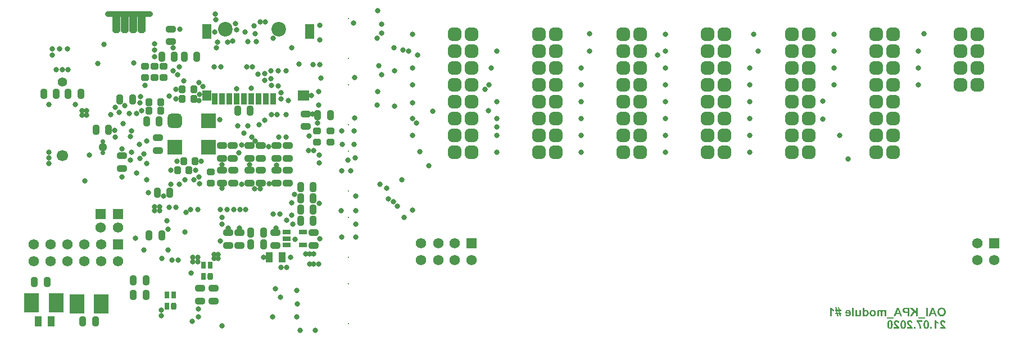
<source format=gbs>
G04*
G04 #@! TF.GenerationSoftware,Altium Limited,Altium Designer,20.1.11 (218)*
G04*
G04 Layer_Color=16711935*
%FSAX42Y42*%
%MOMM*%
G71*
G04*
G04 #@! TF.SameCoordinates,7775C1EB-3A37-4DB6-902C-5BA206B129F1*
G04*
G04*
G04 #@! TF.FilePolarity,Negative*
G04*
G01*
G75*
%ADD17C,0.86*%
G04:AMPARAMS|DCode=19|XSize=1mm|YSize=1.5mm|CornerRadius=0.3mm|HoleSize=0mm|Usage=FLASHONLY|Rotation=180.000|XOffset=0mm|YOffset=0mm|HoleType=Round|Shape=RoundedRectangle|*
%AMROUNDEDRECTD19*
21,1,1.00,0.90,0,0,180.0*
21,1,0.40,1.50,0,0,180.0*
1,1,0.60,-0.20,0.45*
1,1,0.60,0.20,0.45*
1,1,0.60,0.20,-0.45*
1,1,0.60,-0.20,-0.45*
%
%ADD19ROUNDEDRECTD19*%
G04:AMPARAMS|DCode=24|XSize=1mm|YSize=1.5mm|CornerRadius=0.3mm|HoleSize=0mm|Usage=FLASHONLY|Rotation=270.000|XOffset=0mm|YOffset=0mm|HoleType=Round|Shape=RoundedRectangle|*
%AMROUNDEDRECTD24*
21,1,1.00,0.90,0,0,270.0*
21,1,0.40,1.50,0,0,270.0*
1,1,0.60,-0.45,-0.20*
1,1,0.60,-0.45,0.20*
1,1,0.60,0.45,0.20*
1,1,0.60,0.45,-0.20*
%
%ADD24ROUNDEDRECTD24*%
G04:AMPARAMS|DCode=25|XSize=1mm|YSize=1.2mm|CornerRadius=0.3mm|HoleSize=0mm|Usage=FLASHONLY|Rotation=0.000|XOffset=0mm|YOffset=0mm|HoleType=Round|Shape=RoundedRectangle|*
%AMROUNDEDRECTD25*
21,1,1.00,0.60,0,0,0.0*
21,1,0.40,1.20,0,0,0.0*
1,1,0.60,0.20,-0.30*
1,1,0.60,-0.20,-0.30*
1,1,0.60,-0.20,0.30*
1,1,0.60,0.20,0.30*
%
%ADD25ROUNDEDRECTD25*%
G04:AMPARAMS|DCode=26|XSize=1mm|YSize=1.2mm|CornerRadius=0.3mm|HoleSize=0mm|Usage=FLASHONLY|Rotation=270.000|XOffset=0mm|YOffset=0mm|HoleType=Round|Shape=RoundedRectangle|*
%AMROUNDEDRECTD26*
21,1,1.00,0.60,0,0,270.0*
21,1,0.40,1.20,0,0,270.0*
1,1,0.60,-0.30,-0.20*
1,1,0.60,-0.30,0.20*
1,1,0.60,0.30,0.20*
1,1,0.60,0.30,-0.20*
%
%ADD26ROUNDEDRECTD26*%
G04:AMPARAMS|DCode=36|XSize=2.74mm|YSize=1.12mm|CornerRadius=0mm|HoleSize=0mm|Usage=FLASHONLY|Rotation=90.000|XOffset=0mm|YOffset=0mm|HoleType=Round|Shape=Octagon|*
%AMOCTAGOND36*
4,1,8,0.28,1.37,-0.28,1.37,-0.56,1.09,-0.56,-1.09,-0.28,-1.37,0.28,-1.37,0.56,-1.09,0.56,1.09,0.28,1.37,0.0*
%
%ADD36OCTAGOND36*%

G04:AMPARAMS|DCode=40|XSize=1.98mm|YSize=1.98mm|CornerRadius=0.55mm|HoleSize=0mm|Usage=FLASHONLY|Rotation=180.000|XOffset=0mm|YOffset=0mm|HoleType=Round|Shape=RoundedRectangle|*
%AMROUNDEDRECTD40*
21,1,1.98,0.89,0,0,180.0*
21,1,0.89,1.98,0,0,180.0*
1,1,1.09,-0.44,0.44*
1,1,1.09,0.44,0.44*
1,1,1.09,0.44,-0.44*
1,1,1.09,-0.44,-0.44*
%
%ADD40ROUNDEDRECTD40*%
G04:AMPARAMS|DCode=41|XSize=1.98mm|YSize=1.98mm|CornerRadius=0.55mm|HoleSize=0mm|Usage=FLASHONLY|Rotation=270.000|XOffset=0mm|YOffset=0mm|HoleType=Round|Shape=RoundedRectangle|*
%AMROUNDEDRECTD41*
21,1,1.98,0.89,0,0,270.0*
21,1,0.89,1.98,0,0,270.0*
1,1,1.09,-0.44,-0.44*
1,1,1.09,-0.44,0.44*
1,1,1.09,0.44,0.44*
1,1,1.09,0.44,-0.44*
%
%ADD41ROUNDEDRECTD41*%
%ADD42C,0.20*%
%ADD43C,2.20*%
%ADD44C,1.57*%
%ADD45R,1.57X1.57*%
%ADD46C,0.80*%
%ADD47C,1.70*%
%ADD48C,1.40*%
%ADD49C,0.70*%
%ADD50C,1.30*%
%ADD111R,1.00X1.50*%
%ADD112R,1.40X2.20*%
%ADD113R,1.80X1.60*%
%ADD114R,1.40X1.60*%
%ADD115R,0.90X1.80*%
%ADD116R,0.80X1.10*%
G04:AMPARAMS|DCode=117|XSize=1.1mm|YSize=0.8mm|CornerRadius=0.25mm|HoleSize=0mm|Usage=FLASHONLY|Rotation=90.000|XOffset=0mm|YOffset=0mm|HoleType=Round|Shape=RoundedRectangle|*
%AMROUNDEDRECTD117*
21,1,1.10,0.30,0,0,90.0*
21,1,0.60,0.80,0,0,90.0*
1,1,0.50,0.15,0.30*
1,1,0.50,0.15,-0.30*
1,1,0.50,-0.15,-0.30*
1,1,0.50,-0.15,0.30*
%
%ADD117ROUNDEDRECTD117*%
%ADD118R,2.20X3.00*%
%ADD119R,1.15X0.80*%
%ADD120R,2.20X2.20*%
G04:AMPARAMS|DCode=121|XSize=2.2mm|YSize=2.2mm|CornerRadius=0.6mm|HoleSize=0mm|Usage=FLASHONLY|Rotation=270.000|XOffset=0mm|YOffset=0mm|HoleType=Round|Shape=RoundedRectangle|*
%AMROUNDEDRECTD121*
21,1,2.20,1.00,0,0,270.0*
21,1,1.00,2.20,0,0,270.0*
1,1,1.20,-0.50,-0.50*
1,1,1.20,-0.50,0.50*
1,1,1.20,0.50,0.50*
1,1,1.20,0.50,-0.50*
%
%ADD121ROUNDEDRECTD121*%
G36*
X019322Y003283D02*
X019347D01*
Y003263D01*
X019326D01*
X019331Y003238D01*
X019347D01*
Y003219D01*
X019335D01*
X019342Y003185D01*
X019322D01*
X019316Y003219D01*
X019296D01*
X019303Y003185D01*
X019283D01*
X019277Y003219D01*
X019251D01*
Y003238D01*
X019273D01*
X019267Y003263D01*
X019251D01*
Y003283D01*
X019263D01*
X019257Y003317D01*
X019277D01*
X019283Y003283D01*
X019302D01*
X019296Y003317D01*
X019315D01*
X019322Y003283D01*
D02*
G37*
G36*
X019975Y003281D02*
X019978Y003281D01*
X019980Y003280D01*
X019983Y003279D01*
X019986Y003278D01*
X019988Y003277D01*
X019990Y003276D01*
X019992Y003274D01*
X019994Y003273D01*
X019996Y003271D01*
X019997Y003270D01*
X019998Y003269D01*
X019999Y003268D01*
X020000Y003267D01*
X020000Y003267D01*
X020000Y003267D01*
Y003279D01*
X020023D01*
Y003187D01*
X019998D01*
Y003232D01*
Y003234D01*
X019998Y003236D01*
X019998Y003238D01*
X019998Y003240D01*
X019998Y003242D01*
X019998Y003244D01*
X019998Y003245D01*
X019997Y003246D01*
X019997Y003247D01*
X019997Y003248D01*
X019997Y003249D01*
X019997Y003250D01*
X019997Y003250D01*
X019997Y003251D01*
X019996Y003251D01*
Y003251D01*
X019996Y003253D01*
X019995Y003255D01*
X019994Y003256D01*
X019992Y003257D01*
X019992Y003258D01*
X019991Y003259D01*
X019990Y003259D01*
X019990Y003260D01*
X019990D01*
X019988Y003261D01*
X019986Y003261D01*
X019985Y003262D01*
X019983Y003262D01*
X019982Y003263D01*
X019981Y003263D01*
X019981Y003263D01*
X019980D01*
X019978Y003263D01*
X019977Y003262D01*
X019975Y003262D01*
X019974Y003262D01*
X019973Y003261D01*
X019973Y003261D01*
X019972Y003261D01*
X019972Y003261D01*
X019971Y003260D01*
X019970Y003259D01*
X019970Y003258D01*
X019969Y003257D01*
X019969Y003256D01*
X019969Y003256D01*
X019968Y003255D01*
X019968Y003255D01*
Y003255D01*
X019968Y003254D01*
X019968Y003253D01*
X019968Y003252D01*
X019967Y003251D01*
X019967Y003248D01*
X019967Y003245D01*
X019967Y003243D01*
Y003242D01*
X019967Y003241D01*
Y003240D01*
Y003239D01*
Y003238D01*
Y003238D01*
Y003238D01*
Y003187D01*
X019942D01*
Y003231D01*
Y003234D01*
X019942Y003236D01*
X019942Y003238D01*
X019942Y003240D01*
X019942Y003241D01*
X019942Y003243D01*
X019942Y003244D01*
X019941Y003246D01*
X019941Y003247D01*
X019941Y003248D01*
X019941Y003249D01*
X019941Y003249D01*
X019941Y003250D01*
X019941Y003250D01*
X019940Y003250D01*
Y003250D01*
X019940Y003252D01*
X019939Y003254D01*
X019937Y003256D01*
X019936Y003257D01*
X019935Y003258D01*
X019935Y003259D01*
X019934Y003259D01*
X019934Y003260D01*
X019934D01*
X019932Y003261D01*
X019930Y003261D01*
X019929Y003262D01*
X019927Y003262D01*
X019926Y003263D01*
X019925Y003263D01*
X019924D01*
X019923Y003263D01*
X019922Y003263D01*
X019921Y003262D01*
X019920Y003262D01*
X019918Y003261D01*
X019916Y003260D01*
X019915Y003259D01*
X019914Y003258D01*
X019914Y003258D01*
X019914Y003258D01*
X019914Y003258D01*
Y003257D01*
X019913Y003257D01*
X019913Y003256D01*
X019913Y003254D01*
X019912Y003253D01*
X019912Y003250D01*
X019911Y003247D01*
X019911Y003246D01*
X019911Y003244D01*
Y003243D01*
X019911Y003242D01*
Y003241D01*
Y003240D01*
Y003240D01*
Y003240D01*
Y003187D01*
X019887D01*
Y003246D01*
Y003248D01*
X019887Y003251D01*
X019887Y003253D01*
X019887Y003255D01*
X019887Y003256D01*
X019887Y003258D01*
X019888Y003259D01*
X019888Y003261D01*
X019888Y003262D01*
X019888Y003263D01*
X019889Y003263D01*
X019889Y003264D01*
X019889Y003265D01*
X019889Y003265D01*
X019889Y003265D01*
Y003265D01*
X019891Y003268D01*
X019892Y003269D01*
X019892Y003270D01*
X019893Y003272D01*
X019894Y003273D01*
X019895Y003273D01*
X019896Y003274D01*
X019897Y003275D01*
X019897Y003276D01*
X019898Y003276D01*
X019899Y003277D01*
X019899Y003277D01*
X019899Y003277D01*
X019900Y003277D01*
X019900D01*
X019901Y003278D01*
X019903Y003279D01*
X019905Y003280D01*
X019908Y003281D01*
X019911Y003281D01*
X019912Y003281D01*
X019913Y003281D01*
X019914Y003281D01*
X019915D01*
X019916Y003282D01*
X019917D01*
X019920Y003281D01*
X019923Y003281D01*
X019925Y003280D01*
X019927Y003280D01*
X019928Y003280D01*
X019929Y003279D01*
X019930Y003279D01*
X019930Y003279D01*
X019931Y003278D01*
X019931Y003278D01*
X019932Y003278D01*
X019932Y003278D01*
X019932D01*
X019935Y003276D01*
X019937Y003274D01*
X019939Y003273D01*
X019941Y003271D01*
X019942Y003270D01*
X019943Y003269D01*
X019944Y003269D01*
X019944Y003268D01*
X019945Y003267D01*
X019945Y003267D01*
X019945Y003267D01*
X019945Y003267D01*
X019947Y003269D01*
X019949Y003272D01*
X019951Y003273D01*
X019952Y003275D01*
X019954Y003276D01*
X019954Y003277D01*
X019955Y003277D01*
X019955Y003277D01*
X019956Y003278D01*
X019956Y003278D01*
X019956D01*
X019959Y003279D01*
X019961Y003280D01*
X019964Y003281D01*
X019966Y003281D01*
X019967Y003281D01*
X019968Y003281D01*
X019969Y003281D01*
X019970D01*
X019971Y003282D01*
X019971D01*
X019975Y003281D01*
D02*
G37*
G36*
X019200Y003313D02*
X019201Y003311D01*
X019202Y003309D01*
X019203Y003307D01*
X019204Y003305D01*
X019206Y003304D01*
X019207Y003302D01*
X019208Y003300D01*
X019209Y003299D01*
X019211Y003298D01*
X019212Y003297D01*
X019213Y003296D01*
X019213Y003296D01*
X019214Y003295D01*
X019214Y003295D01*
X019214Y003295D01*
X019216Y003293D01*
X019219Y003292D01*
X019220Y003290D01*
X019222Y003289D01*
X019224Y003288D01*
X019226Y003287D01*
X019227Y003286D01*
X019229Y003285D01*
X019230Y003285D01*
X019232Y003284D01*
X019233Y003284D01*
X019234Y003283D01*
X019234Y003283D01*
X019235Y003283D01*
X019235Y003283D01*
X019235D01*
Y003261D01*
X019232Y003262D01*
X019229Y003263D01*
X019225Y003265D01*
X019223Y003266D01*
X019220Y003267D01*
X019217Y003269D01*
X019215Y003271D01*
X019213Y003272D01*
X019210Y003273D01*
X019209Y003275D01*
X019207Y003276D01*
X019206Y003277D01*
X019205Y003278D01*
X019204Y003279D01*
X019204Y003279D01*
X019203Y003279D01*
Y003187D01*
X019179D01*
Y003315D01*
X019199D01*
X019200Y003313D01*
D02*
G37*
G36*
X020497Y003187D02*
X020471D01*
Y003225D01*
X020451Y003247D01*
X020415Y003187D01*
X020382D01*
X020433Y003265D01*
X020384Y003315D01*
X020419D01*
X020471Y003258D01*
Y003315D01*
X020497D01*
Y003187D01*
D02*
G37*
G36*
X019644Y003221D02*
Y003218D01*
X019644Y003216D01*
X019644Y003214D01*
X019644Y003212D01*
X019644Y003210D01*
X019643Y003208D01*
X019643Y003207D01*
X019643Y003206D01*
X019642Y003204D01*
X019642Y003203D01*
X019642Y003202D01*
X019642Y003202D01*
X019641Y003201D01*
X019641Y003201D01*
X019641Y003200D01*
Y003200D01*
X019640Y003199D01*
X019640Y003198D01*
X019638Y003195D01*
X019636Y003193D01*
X019634Y003192D01*
X019633Y003190D01*
X019632Y003190D01*
X019632Y003189D01*
X019631Y003189D01*
X019631Y003189D01*
X019630Y003189D01*
X019630Y003189D01*
X019629Y003188D01*
X019627Y003187D01*
X019625Y003186D01*
X019622Y003186D01*
X019619Y003185D01*
X019618Y003185D01*
X019617Y003185D01*
X019616Y003185D01*
X019615D01*
X019614Y003185D01*
X019614D01*
X019612Y003185D01*
X019610Y003185D01*
X019607Y003185D01*
X019604Y003186D01*
X019603Y003186D01*
X019601Y003187D01*
X019600Y003187D01*
X019599Y003187D01*
X019598Y003188D01*
X019598Y003188D01*
X019597Y003189D01*
X019596Y003189D01*
X019596Y003189D01*
X019596D01*
X019593Y003191D01*
X019590Y003192D01*
X019588Y003194D01*
X019587Y003195D01*
X019586Y003196D01*
X019585Y003197D01*
X019585Y003198D01*
X019584Y003199D01*
X019584Y003199D01*
X019583Y003200D01*
X019583Y003200D01*
X019583Y003201D01*
X019583Y003201D01*
Y003187D01*
X019560D01*
Y003279D01*
X019584D01*
Y003240D01*
Y003237D01*
X019585Y003234D01*
X019585Y003231D01*
X019585Y003228D01*
X019585Y003226D01*
X019585Y003224D01*
X019585Y003222D01*
X019585Y003220D01*
X019586Y003219D01*
X019586Y003218D01*
X019586Y003217D01*
X019586Y003216D01*
X019586Y003216D01*
X019586Y003216D01*
X019586Y003215D01*
Y003215D01*
X019587Y003213D01*
X019588Y003212D01*
X019589Y003210D01*
X019590Y003209D01*
X019591Y003208D01*
X019592Y003207D01*
X019593Y003207D01*
X019593Y003207D01*
X019593Y003207D01*
X019593D01*
X019595Y003206D01*
X019597Y003205D01*
X019599Y003204D01*
X019601Y003204D01*
X019602Y003204D01*
X019603Y003203D01*
X019603D01*
X019604Y003203D01*
X019604D01*
X019606Y003203D01*
X019608Y003204D01*
X019610Y003204D01*
X019611Y003205D01*
X019612Y003205D01*
X019613Y003206D01*
X019613Y003206D01*
X019614Y003206D01*
X019615Y003207D01*
X019616Y003208D01*
X019617Y003209D01*
X019617Y003210D01*
X019618Y003211D01*
X019618Y003212D01*
X019618Y003213D01*
X019618Y003213D01*
Y003213D01*
X019619Y003214D01*
X019619Y003215D01*
X019619Y003217D01*
X019619Y003219D01*
X019619Y003220D01*
X019620Y003222D01*
X019620Y003227D01*
X019620Y003229D01*
Y003230D01*
X019620Y003232D01*
Y003234D01*
Y003235D01*
Y003236D01*
Y003236D01*
Y003237D01*
Y003237D01*
Y003237D01*
Y003279D01*
X019644D01*
Y003221D01*
D02*
G37*
G36*
X019453Y003281D02*
X019456Y003281D01*
X019459Y003280D01*
X019462Y003279D01*
X019465Y003278D01*
X019467Y003277D01*
X019470Y003276D01*
X019472Y003275D01*
X019474Y003274D01*
X019475Y003273D01*
X019477Y003271D01*
X019478Y003270D01*
X019479Y003270D01*
X019480Y003269D01*
X019480Y003269D01*
X019480Y003268D01*
X019482Y003266D01*
X019484Y003263D01*
X019486Y003260D01*
X019487Y003257D01*
X019488Y003254D01*
X019489Y003251D01*
X019490Y003248D01*
X019491Y003245D01*
X019491Y003243D01*
X019491Y003240D01*
X019492Y003238D01*
X019492Y003236D01*
X019492Y003235D01*
Y003235D01*
Y003234D01*
X019492Y003233D01*
Y003233D01*
Y003233D01*
Y003232D01*
Y003232D01*
X019492Y003229D01*
X019492Y003225D01*
X019491Y003222D01*
X019491Y003219D01*
X019490Y003216D01*
X019489Y003214D01*
X019488Y003211D01*
X019487Y003209D01*
X019487Y003207D01*
X019486Y003205D01*
X019485Y003204D01*
X019484Y003203D01*
X019484Y003202D01*
X019483Y003201D01*
X019483Y003201D01*
X019483Y003200D01*
X019481Y003198D01*
X019478Y003195D01*
X019475Y003193D01*
X019473Y003191D01*
X019470Y003190D01*
X019467Y003189D01*
X019464Y003187D01*
X019461Y003187D01*
X019458Y003186D01*
X019455Y003185D01*
X019453Y003185D01*
X019451Y003185D01*
X019450Y003185D01*
X019449Y003185D01*
X019449D01*
X019448Y003185D01*
X019447D01*
X019444Y003185D01*
X019442Y003185D01*
X019439Y003185D01*
X019437Y003186D01*
X019435Y003186D01*
X019432Y003187D01*
X019431Y003187D01*
X019429Y003188D01*
X019427Y003189D01*
X019426Y003189D01*
X019425Y003190D01*
X019424Y003190D01*
X019423Y003191D01*
X019422Y003191D01*
X019422Y003191D01*
X019422Y003192D01*
X019420Y003193D01*
X019418Y003194D01*
X019417Y003196D01*
X019415Y003198D01*
X019414Y003199D01*
X019413Y003201D01*
X019411Y003203D01*
X019410Y003205D01*
X019410Y003206D01*
X019409Y003207D01*
X019408Y003209D01*
X019408Y003210D01*
X019407Y003211D01*
X019407Y003212D01*
X019407Y003212D01*
X019407Y003212D01*
X019431Y003216D01*
X019432Y003214D01*
X019433Y003212D01*
X019434Y003210D01*
X019435Y003208D01*
X019436Y003207D01*
X019437Y003207D01*
X019437Y003206D01*
X019437Y003206D01*
X019437D01*
X019439Y003205D01*
X019440Y003204D01*
X019442Y003204D01*
X019443Y003203D01*
X019445Y003203D01*
X019446Y003203D01*
X019446Y003203D01*
X019447D01*
X019448Y003203D01*
X019450Y003203D01*
X019451Y003203D01*
X019453Y003204D01*
X019455Y003205D01*
X019456Y003205D01*
X019457Y003206D01*
X019458Y003207D01*
X019459Y003207D01*
X019460Y003208D01*
X019460Y003208D01*
X019461Y003208D01*
X019461Y003209D01*
X019461Y003209D01*
X019461Y003209D01*
X019462Y003210D01*
X019463Y003211D01*
X019464Y003213D01*
X019464Y003214D01*
X019465Y003216D01*
X019465Y003217D01*
X019466Y003220D01*
X019466Y003221D01*
X019467Y003222D01*
X019467Y003223D01*
X019467Y003224D01*
Y003225D01*
X019467Y003225D01*
Y003226D01*
Y003226D01*
X019405D01*
X019406Y003231D01*
X019406Y003236D01*
X019406Y003240D01*
X019407Y003244D01*
X019408Y003248D01*
X019409Y003252D01*
X019410Y003255D01*
X019411Y003257D01*
X019412Y003260D01*
X019413Y003262D01*
X019414Y003264D01*
X019415Y003265D01*
X019416Y003266D01*
X019416Y003267D01*
X019417Y003268D01*
X019417Y003268D01*
X019419Y003270D01*
X019422Y003272D01*
X019424Y003274D01*
X019427Y003276D01*
X019430Y003277D01*
X019433Y003278D01*
X019435Y003279D01*
X019438Y003280D01*
X019440Y003280D01*
X019442Y003281D01*
X019444Y003281D01*
X019446Y003281D01*
X019448Y003281D01*
X019448D01*
X019449Y003282D01*
X019450D01*
X019453Y003281D01*
D02*
G37*
G36*
X020789Y003187D02*
X020761D01*
X020751Y003216D01*
X020700D01*
X020688Y003187D01*
X020660D01*
X020712Y003315D01*
X020739D01*
X020789Y003187D01*
D02*
G37*
G36*
X020647D02*
X020622D01*
Y003315D01*
X020647D01*
Y003187D01*
D02*
G37*
G36*
X020368D02*
X020343D01*
Y003235D01*
X020323D01*
X020320Y003235D01*
X020317Y003235D01*
X020314Y003235D01*
X020312Y003235D01*
X020310Y003236D01*
X020308Y003236D01*
X020306Y003236D01*
X020304Y003236D01*
X020303Y003236D01*
X020302Y003236D01*
X020301Y003236D01*
X020300Y003237D01*
X020300Y003237D01*
X020299Y003237D01*
X020299D01*
X020297Y003237D01*
X020294Y003238D01*
X020292Y003239D01*
X020290Y003240D01*
X020289Y003241D01*
X020288Y003241D01*
X020288Y003242D01*
X020287Y003242D01*
X020286Y003242D01*
X020286Y003243D01*
X020286Y003243D01*
X020286Y003243D01*
X020283Y003245D01*
X020281Y003247D01*
X020279Y003249D01*
X020278Y003251D01*
X020277Y003253D01*
X020276Y003254D01*
X020276Y003254D01*
X020275Y003255D01*
X020275Y003255D01*
X020275Y003255D01*
X020275Y003255D01*
X020274Y003257D01*
X020273Y003259D01*
X020272Y003262D01*
X020272Y003265D01*
X020271Y003267D01*
X020271Y003268D01*
X020271Y003270D01*
X020271Y003271D01*
X020271Y003272D01*
Y003273D01*
X020271Y003274D01*
Y003275D01*
Y003275D01*
Y003275D01*
X020271Y003278D01*
X020271Y003281D01*
X020271Y003283D01*
X020272Y003286D01*
X020272Y003288D01*
X020273Y003290D01*
X020274Y003292D01*
X020274Y003293D01*
X020275Y003295D01*
X020276Y003296D01*
X020276Y003298D01*
X020277Y003298D01*
X020277Y003299D01*
X020278Y003300D01*
X020278Y003300D01*
X020278Y003300D01*
X020279Y003302D01*
X020281Y003304D01*
X020283Y003305D01*
X020284Y003306D01*
X020286Y003307D01*
X020287Y003308D01*
X020289Y003309D01*
X020290Y003310D01*
X020291Y003311D01*
X020293Y003311D01*
X020294Y003312D01*
X020295Y003312D01*
X020295Y003312D01*
X020296Y003313D01*
X020296Y003313D01*
X020296D01*
X020297Y003313D01*
X020298Y003313D01*
X020300Y003313D01*
X020302Y003314D01*
X020304Y003314D01*
X020307Y003314D01*
X020309Y003314D01*
X020315Y003314D01*
X020317Y003315D01*
X020319Y003315D01*
X020321D01*
X020323Y003315D01*
X020368D01*
Y003187D01*
D02*
G37*
G36*
X020262D02*
X020235D01*
X020224Y003216D01*
X020173Y003216D01*
X020162Y003187D01*
X020134D01*
X020185Y003315D01*
X020213Y003315D01*
X020262Y003187D01*
D02*
G37*
G36*
X019535Y003187D02*
X019510D01*
Y003315D01*
X019535D01*
Y003187D01*
D02*
G37*
G36*
X019823Y003281D02*
X019825Y003281D01*
X019827Y003281D01*
X019830Y003281D01*
X019832Y003280D01*
X019834Y003280D01*
X019836Y003279D01*
X019838Y003278D01*
X019839Y003278D01*
X019841Y003277D01*
X019842Y003277D01*
X019843Y003276D01*
X019844Y003276D01*
X019844Y003276D01*
X019845Y003276D01*
X019845Y003275D01*
X019847Y003274D01*
X019849Y003273D01*
X019850Y003272D01*
X019852Y003270D01*
X019854Y003269D01*
X019855Y003267D01*
X019856Y003266D01*
X019857Y003264D01*
X019859Y003263D01*
X019859Y003262D01*
X019860Y003261D01*
X019861Y003260D01*
X019861Y003259D01*
X019862Y003258D01*
X019862Y003258D01*
X019862Y003258D01*
X019863Y003256D01*
X019864Y003254D01*
X019865Y003252D01*
X019865Y003249D01*
X019866Y003247D01*
X019866Y003245D01*
X019867Y003244D01*
X019867Y003242D01*
X019867Y003240D01*
X019868Y003239D01*
X019868Y003238D01*
X019868Y003236D01*
X019868Y003236D01*
Y003235D01*
Y003235D01*
Y003234D01*
X019868Y003231D01*
X019868Y003229D01*
X019867Y003226D01*
X019867Y003223D01*
X019866Y003221D01*
X019866Y003219D01*
X019865Y003217D01*
X019865Y003215D01*
X019864Y003213D01*
X019864Y003212D01*
X019863Y003210D01*
X019863Y003209D01*
X019862Y003208D01*
X019862Y003208D01*
X019862Y003207D01*
X019862Y003207D01*
X019861Y003205D01*
X019859Y003203D01*
X019858Y003202D01*
X019857Y003200D01*
X019855Y003198D01*
X019854Y003197D01*
X019852Y003196D01*
X019851Y003195D01*
X019849Y003194D01*
X019848Y003193D01*
X019847Y003192D01*
X019846Y003191D01*
X019845Y003191D01*
X019845Y003191D01*
X019844Y003190D01*
X019844Y003190D01*
X019842Y003189D01*
X019840Y003189D01*
X019838Y003188D01*
X019836Y003187D01*
X019834Y003186D01*
X019832Y003186D01*
X019830Y003186D01*
X019828Y003185D01*
X019826Y003185D01*
X019825Y003185D01*
X019823Y003185D01*
X019822Y003185D01*
X019821Y003185D01*
X019820D01*
X019816Y003185D01*
X019813Y003185D01*
X019809Y003186D01*
X019806Y003187D01*
X019803Y003188D01*
X019800Y003189D01*
X019797Y003190D01*
X019795Y003192D01*
X019793Y003193D01*
X019791Y003194D01*
X019790Y003195D01*
X019788Y003196D01*
X019787Y003197D01*
X019786Y003198D01*
X019786Y003198D01*
X019786Y003198D01*
X019783Y003201D01*
X019781Y003204D01*
X019779Y003207D01*
X019778Y003210D01*
X019777Y003213D01*
X019775Y003216D01*
X019775Y003218D01*
X019774Y003221D01*
X019773Y003224D01*
X019773Y003226D01*
X019773Y003228D01*
X019772Y003230D01*
X019772Y003231D01*
Y003232D01*
X019772Y003232D01*
Y003233D01*
Y003233D01*
Y003233D01*
Y003233D01*
X019772Y003237D01*
X019773Y003241D01*
X019773Y003244D01*
X019774Y003247D01*
X019775Y003251D01*
X019776Y003253D01*
X019778Y003256D01*
X019779Y003258D01*
X019780Y003261D01*
X019781Y003262D01*
X019783Y003264D01*
X019784Y003265D01*
X019784Y003266D01*
X019785Y003267D01*
X019785Y003268D01*
X019786Y003268D01*
X019788Y003270D01*
X019791Y003272D01*
X019794Y003274D01*
X019797Y003276D01*
X019800Y003277D01*
X019802Y003278D01*
X019805Y003279D01*
X019808Y003280D01*
X019810Y003280D01*
X019813Y003281D01*
X019815Y003281D01*
X019817Y003281D01*
X019818Y003281D01*
X019819D01*
X019819Y003282D01*
X019820D01*
X019823Y003281D01*
D02*
G37*
G36*
X019692Y003269D02*
X019695Y003271D01*
X019697Y003273D01*
X019699Y003275D01*
X019701Y003276D01*
X019704Y003277D01*
X019706Y003278D01*
X019708Y003279D01*
X019710Y003280D01*
X019712Y003280D01*
X019714Y003281D01*
X019715Y003281D01*
X019717Y003281D01*
X019718Y003281D01*
X019719Y003282D01*
X019719D01*
X019723Y003281D01*
X019725Y003281D01*
X019728Y003280D01*
X019731Y003280D01*
X019733Y003279D01*
X019736Y003278D01*
X019738Y003277D01*
X019740Y003275D01*
X019742Y003274D01*
X019743Y003273D01*
X019744Y003272D01*
X019745Y003271D01*
X019746Y003270D01*
X019747Y003270D01*
X019747Y003269D01*
X019747Y003269D01*
X019749Y003267D01*
X019751Y003264D01*
X019753Y003261D01*
X019754Y003258D01*
X019755Y003255D01*
X019756Y003252D01*
X019757Y003250D01*
X019757Y003247D01*
X019758Y003244D01*
X019758Y003241D01*
X019758Y003239D01*
X019758Y003237D01*
X019758Y003236D01*
Y003236D01*
X019758Y003235D01*
Y003234D01*
Y003234D01*
Y003234D01*
Y003233D01*
Y003233D01*
X019758Y003229D01*
X019758Y003225D01*
X019757Y003222D01*
X019757Y003218D01*
X019756Y003215D01*
X019755Y003212D01*
X019754Y003209D01*
X019753Y003207D01*
X019752Y003205D01*
X019751Y003203D01*
X019750Y003201D01*
X019749Y003200D01*
X019748Y003199D01*
X019748Y003198D01*
X019747Y003198D01*
X019747Y003197D01*
X019745Y003195D01*
X019743Y003193D01*
X019740Y003192D01*
X019738Y003190D01*
X019736Y003189D01*
X019733Y003188D01*
X019731Y003187D01*
X019729Y003186D01*
X019727Y003186D01*
X019725Y003185D01*
X019724Y003185D01*
X019722Y003185D01*
X019721Y003185D01*
X019720Y003185D01*
X019720D01*
X019717Y003185D01*
X019714Y003185D01*
X019711Y003186D01*
X019709Y003187D01*
X019708Y003187D01*
X019707Y003187D01*
X019706Y003188D01*
X019705Y003188D01*
X019705Y003188D01*
X019705Y003188D01*
X019704Y003189D01*
X019704D01*
X019703Y003189D01*
X019701Y003190D01*
X019699Y003192D01*
X019697Y003194D01*
X019694Y003196D01*
X019694Y003197D01*
X019693Y003198D01*
X019692Y003198D01*
X019692Y003199D01*
X019691Y003200D01*
X019691Y003200D01*
X019691Y003200D01*
X019691Y003200D01*
Y003187D01*
X019668D01*
Y003315D01*
X019692D01*
Y003269D01*
D02*
G37*
G36*
X020861Y003317D02*
X020864Y003317D01*
X020866Y003316D01*
X020869Y003316D01*
X020871Y003316D01*
X020874Y003315D01*
X020876Y003315D01*
X020878Y003314D01*
X020880Y003314D01*
X020881Y003313D01*
X020882Y003313D01*
X020884Y003313D01*
X020884Y003312D01*
X020885Y003312D01*
X020886Y003312D01*
X020886Y003312D01*
X020887Y003311D01*
X020889Y003310D01*
X020892Y003308D01*
X020895Y003306D01*
X020896Y003305D01*
X020897Y003305D01*
X020898Y003304D01*
X020899Y003303D01*
X020900Y003302D01*
X020901Y003301D01*
X020902Y003301D01*
X020902Y003301D01*
X020902Y003300D01*
X020902Y003300D01*
X020905Y003297D01*
X020907Y003294D01*
X020909Y003291D01*
X020911Y003289D01*
X020912Y003287D01*
X020912Y003286D01*
X020913Y003285D01*
X020913Y003284D01*
X020914Y003284D01*
X020914Y003283D01*
X020914Y003283D01*
X020914Y003283D01*
X020915Y003280D01*
X020916Y003277D01*
X020917Y003275D01*
X020918Y003272D01*
X020918Y003269D01*
X020919Y003266D01*
X020919Y003264D01*
X020919Y003261D01*
X020920Y003259D01*
X020920Y003257D01*
X020920Y003255D01*
X020920Y003253D01*
X020920Y003252D01*
Y003251D01*
Y003251D01*
Y003250D01*
Y003250D01*
Y003250D01*
Y003250D01*
X020920Y003247D01*
X020920Y003244D01*
X020919Y003239D01*
X020918Y003234D01*
X020917Y003229D01*
X020916Y003225D01*
X020915Y003221D01*
X020913Y003218D01*
X020912Y003214D01*
X020910Y003212D01*
X020909Y003210D01*
X020909Y003209D01*
X020908Y003208D01*
X020907Y003207D01*
X020906Y003206D01*
X020906Y003205D01*
X020905Y003204D01*
X020905Y003204D01*
X020904Y003203D01*
X020904Y003203D01*
X020904Y003202D01*
X020903Y003202D01*
X020903Y003202D01*
Y003202D01*
X020902Y003200D01*
X020900Y003199D01*
X020898Y003197D01*
X020896Y003196D01*
X020893Y003194D01*
X020889Y003192D01*
X020885Y003190D01*
X020881Y003189D01*
X020878Y003188D01*
X020874Y003187D01*
X020871Y003186D01*
X020868Y003185D01*
X020866Y003185D01*
X020865Y003185D01*
X020864Y003185D01*
X020862Y003185D01*
X020861Y003185D01*
X020861Y003185D01*
X020860D01*
X020859Y003185D01*
X020858D01*
X020855Y003185D01*
X020853Y003185D01*
X020848Y003185D01*
X020843Y003186D01*
X020839Y003187D01*
X020835Y003189D01*
X020831Y003190D01*
X020828Y003192D01*
X020825Y003193D01*
X020822Y003195D01*
X020820Y003196D01*
X020817Y003198D01*
X020816Y003199D01*
X020815Y003200D01*
X020815Y003200D01*
X020814Y003201D01*
X020813Y003201D01*
X020813Y003202D01*
X020813Y003202D01*
X020813Y003202D01*
X020813Y003202D01*
X020811Y003204D01*
X020810Y003205D01*
X020808Y003207D01*
X020807Y003209D01*
X020805Y003213D01*
X020803Y003217D01*
X020801Y003221D01*
X020800Y003225D01*
X020799Y003229D01*
X020798Y003233D01*
X020797Y003236D01*
X020797Y003240D01*
X020796Y003241D01*
X020796Y003243D01*
X020796Y003244D01*
X020796Y003245D01*
X020796Y003246D01*
X020796Y003247D01*
Y003248D01*
X020796Y003249D01*
Y003250D01*
Y003250D01*
Y003250D01*
Y003250D01*
Y003253D01*
X020796Y003256D01*
X020797Y003262D01*
X020797Y003267D01*
X020799Y003271D01*
X020800Y003276D01*
X020801Y003280D01*
X020803Y003283D01*
X020804Y003287D01*
X020805Y003288D01*
X020806Y003289D01*
X020807Y003291D01*
X020807Y003292D01*
X020808Y003293D01*
X020809Y003294D01*
X020810Y003295D01*
X020810Y003296D01*
X020811Y003297D01*
X020811Y003297D01*
X020812Y003298D01*
X020812Y003298D01*
X020812Y003299D01*
X020813Y003299D01*
X020813Y003299D01*
X020813Y003299D01*
X020815Y003301D01*
X020816Y003302D01*
X020818Y003304D01*
X020820Y003305D01*
X020823Y003307D01*
X020827Y003309D01*
X020831Y003311D01*
X020835Y003313D01*
X020838Y003314D01*
X020842Y003315D01*
X020845Y003315D01*
X020848Y003316D01*
X020850Y003316D01*
X020851Y003316D01*
X020852Y003316D01*
X020853Y003317D01*
X020855Y003317D01*
X020855Y003317D01*
X020856D01*
X020857Y003317D01*
X020858D01*
X020861Y003317D01*
D02*
G37*
G36*
X020612Y003151D02*
X020510D01*
Y003167D01*
X020612D01*
Y003151D01*
D02*
G37*
G36*
X020135Y003151D02*
X020033D01*
Y003167D01*
X020135D01*
Y003151D01*
D02*
G37*
G36*
X020878Y003126D02*
X020881Y003125D01*
X020884Y003125D01*
X020887Y003124D01*
X020889Y003124D01*
X020891Y003123D01*
X020894Y003122D01*
X020896Y003121D01*
X020897Y003121D01*
X020899Y003120D01*
X020900Y003119D01*
X020902Y003118D01*
X020902Y003118D01*
X020903Y003117D01*
X020903Y003117D01*
X020904Y003117D01*
X020906Y003115D01*
X020907Y003113D01*
X020909Y003111D01*
X020910Y003109D01*
X020912Y003106D01*
X020913Y003104D01*
X020914Y003102D01*
X020915Y003099D01*
X020915Y003097D01*
X020916Y003095D01*
X020916Y003093D01*
X020917Y003091D01*
X020917Y003090D01*
X020917Y003089D01*
X020917Y003089D01*
Y003088D01*
X020917Y003088D01*
Y003088D01*
Y003088D01*
X020893Y003086D01*
X020893Y003087D01*
X020892Y003089D01*
X020892Y003091D01*
X020892Y003092D01*
X020891Y003094D01*
X020891Y003095D01*
X020890Y003096D01*
X020890Y003097D01*
X020889Y003098D01*
X020889Y003099D01*
X020889Y003099D01*
X020888Y003100D01*
X020888Y003100D01*
X020888Y003101D01*
X020888Y003101D01*
X020888Y003101D01*
X020887Y003102D01*
X020886Y003102D01*
X020885Y003103D01*
X020884Y003104D01*
X020882Y003104D01*
X020880Y003105D01*
X020878Y003105D01*
X020877Y003105D01*
X020877D01*
X020876Y003106D01*
X020875D01*
X020874Y003105D01*
X020872Y003105D01*
X020870Y003105D01*
X020868Y003104D01*
X020866Y003103D01*
X020866Y003103D01*
X020865Y003102D01*
X020864Y003102D01*
X020864Y003102D01*
X020864Y003101D01*
X020863Y003101D01*
X020863Y003101D01*
X020863Y003101D01*
X020862Y003100D01*
X020862Y003099D01*
X020860Y003097D01*
X020860Y003095D01*
X020859Y003093D01*
X020859Y003091D01*
X020859Y003091D01*
Y003090D01*
X020859Y003089D01*
Y003089D01*
Y003089D01*
Y003088D01*
X020859Y003087D01*
X020859Y003086D01*
X020859Y003083D01*
X020860Y003080D01*
X020861Y003078D01*
X020862Y003077D01*
X020862Y003076D01*
X020862Y003075D01*
X020863Y003075D01*
X020863Y003074D01*
X020864Y003074D01*
X020864Y003074D01*
X020864Y003073D01*
X020865Y003072D01*
X020866Y003071D01*
X020867Y003069D01*
X020869Y003068D01*
X020870Y003066D01*
X020872Y003064D01*
X020875Y003061D01*
X020877Y003059D01*
X020879Y003058D01*
X020880Y003056D01*
X020881Y003055D01*
X020882Y003054D01*
X020883Y003053D01*
X020884Y003053D01*
X020884Y003053D01*
X020884Y003053D01*
X020888Y003049D01*
X020891Y003046D01*
X020894Y003043D01*
X020897Y003040D01*
X020900Y003037D01*
X020902Y003034D01*
X020904Y003032D01*
X020906Y003030D01*
X020907Y003028D01*
X020908Y003026D01*
X020909Y003025D01*
X020910Y003024D01*
X020911Y003023D01*
X020911Y003022D01*
X020912Y003022D01*
X020912Y003022D01*
X020913Y003020D01*
X020914Y003017D01*
X020915Y003015D01*
X020916Y003013D01*
X020917Y003011D01*
X020917Y003009D01*
X020918Y003007D01*
X020918Y003005D01*
X020919Y003004D01*
X020919Y003002D01*
X020919Y003001D01*
X020920Y003000D01*
X020920Y002999D01*
X020920Y002998D01*
X020920Y002998D01*
Y002997D01*
X020834D01*
Y003020D01*
X020883D01*
X020882Y003021D01*
X020881Y003023D01*
X020880Y003024D01*
X020880Y003025D01*
X020879Y003026D01*
X020878Y003026D01*
X020878Y003027D01*
X020878Y003027D01*
X020877Y003028D01*
X020876Y003029D01*
X020875Y003030D01*
X020874Y003031D01*
X020872Y003033D01*
X020869Y003035D01*
X020868Y003036D01*
X020867Y003038D01*
X020866Y003038D01*
X020865Y003039D01*
X020864Y003040D01*
X020864Y003041D01*
X020863Y003041D01*
X020863Y003041D01*
X020861Y003043D01*
X020859Y003045D01*
X020857Y003047D01*
X020856Y003048D01*
X020854Y003050D01*
X020853Y003051D01*
X020852Y003052D01*
X020851Y003053D01*
X020850Y003054D01*
X020849Y003055D01*
X020848Y003056D01*
X020848Y003056D01*
X020847Y003057D01*
X020847Y003057D01*
X020847Y003057D01*
X020847Y003057D01*
X020845Y003061D01*
X020843Y003064D01*
X020841Y003066D01*
X020840Y003068D01*
X020840Y003069D01*
X020839Y003070D01*
X020839Y003071D01*
X020838Y003072D01*
X020838Y003072D01*
X020838Y003073D01*
X020837Y003073D01*
X020837Y003074D01*
Y003074D01*
X020836Y003077D01*
X020835Y003080D01*
X020835Y003082D01*
X020834Y003085D01*
X020834Y003086D01*
X020834Y003087D01*
X020834Y003088D01*
X020834Y003089D01*
Y003089D01*
Y003090D01*
Y003090D01*
Y003090D01*
X020834Y003093D01*
X020834Y003096D01*
X020835Y003098D01*
X020836Y003101D01*
X020837Y003103D01*
X020837Y003105D01*
X020838Y003107D01*
X020839Y003109D01*
X020840Y003110D01*
X020842Y003112D01*
X020842Y003113D01*
X020843Y003114D01*
X020844Y003115D01*
X020844Y003115D01*
X020845Y003115D01*
X020845Y003116D01*
X020847Y003117D01*
X020849Y003119D01*
X020852Y003120D01*
X020854Y003121D01*
X020857Y003123D01*
X020859Y003123D01*
X020862Y003124D01*
X020864Y003125D01*
X020866Y003125D01*
X020868Y003125D01*
X020870Y003126D01*
X020872Y003126D01*
X020873Y003126D01*
X020874Y003126D01*
X020875D01*
X020878Y003126D01*
D02*
G37*
G36*
X020381D02*
X020384Y003125D01*
X020387Y003125D01*
X020390Y003124D01*
X020392Y003124D01*
X020395Y003123D01*
X020397Y003122D01*
X020399Y003121D01*
X020400Y003121D01*
X020402Y003120D01*
X020403Y003119D01*
X020405Y003118D01*
X020405Y003118D01*
X020406Y003117D01*
X020407Y003117D01*
X020407Y003117D01*
X020409Y003115D01*
X020411Y003113D01*
X020412Y003111D01*
X020414Y003109D01*
X020415Y003106D01*
X020416Y003104D01*
X020417Y003102D01*
X020418Y003099D01*
X020418Y003097D01*
X020419Y003095D01*
X020419Y003093D01*
X020420Y003091D01*
X020420Y003090D01*
X020420Y003089D01*
X020420Y003089D01*
Y003088D01*
X020420Y003088D01*
Y003088D01*
Y003088D01*
X020396Y003086D01*
X020396Y003087D01*
X020395Y003089D01*
X020395Y003091D01*
X020395Y003092D01*
X020394Y003094D01*
X020394Y003095D01*
X020393Y003096D01*
X020393Y003097D01*
X020393Y003098D01*
X020392Y003099D01*
X020392Y003099D01*
X020391Y003100D01*
X020391Y003100D01*
X020391Y003101D01*
X020391Y003101D01*
X020391Y003101D01*
X020390Y003102D01*
X020389Y003102D01*
X020388Y003103D01*
X020387Y003104D01*
X020385Y003104D01*
X020383Y003105D01*
X020381Y003105D01*
X020380Y003105D01*
X020380D01*
X020379Y003106D01*
X020378D01*
X020377Y003105D01*
X020376Y003105D01*
X020373Y003105D01*
X020371Y003104D01*
X020369Y003103D01*
X020369Y003103D01*
X020368Y003102D01*
X020367Y003102D01*
X020367Y003102D01*
X020367Y003101D01*
X020366Y003101D01*
X020366Y003101D01*
X020366Y003101D01*
X020365Y003100D01*
X020365Y003099D01*
X020364Y003097D01*
X020363Y003095D01*
X020362Y003093D01*
X020362Y003091D01*
X020362Y003091D01*
Y003090D01*
X020362Y003089D01*
Y003089D01*
Y003089D01*
Y003088D01*
X020362Y003087D01*
X020362Y003086D01*
X020363Y003083D01*
X020363Y003080D01*
X020364Y003078D01*
X020365Y003077D01*
X020365Y003076D01*
X020366Y003075D01*
X020366Y003075D01*
X020366Y003074D01*
X020367Y003074D01*
X020367Y003074D01*
X020367Y003073D01*
X020368Y003072D01*
X020369Y003071D01*
X020370Y003069D01*
X020372Y003068D01*
X020373Y003066D01*
X020375Y003064D01*
X020378Y003061D01*
X020380Y003059D01*
X020382Y003058D01*
X020383Y003056D01*
X020384Y003055D01*
X020386Y003054D01*
X020386Y003053D01*
X020387Y003053D01*
X020387Y003053D01*
X020387Y003053D01*
X020391Y003049D01*
X020394Y003046D01*
X020397Y003043D01*
X020400Y003040D01*
X020403Y003037D01*
X020405Y003034D01*
X020407Y003032D01*
X020409Y003030D01*
X020410Y003028D01*
X020411Y003026D01*
X020413Y003025D01*
X020413Y003024D01*
X020414Y003023D01*
X020414Y003022D01*
X020415Y003022D01*
X020415Y003022D01*
X020416Y003020D01*
X020417Y003017D01*
X020418Y003015D01*
X020419Y003013D01*
X020420Y003011D01*
X020420Y003009D01*
X020421Y003007D01*
X020422Y003005D01*
X020422Y003004D01*
X020422Y003002D01*
X020423Y003001D01*
X020423Y003000D01*
X020423Y002999D01*
X020423Y002998D01*
X020423Y002998D01*
Y002997D01*
X020337D01*
Y003020D01*
X020386D01*
X020385Y003021D01*
X020384Y003023D01*
X020384Y003024D01*
X020383Y003025D01*
X020382Y003026D01*
X020381Y003026D01*
X020381Y003027D01*
X020381Y003027D01*
X020380Y003028D01*
X020379Y003029D01*
X020378Y003030D01*
X020377Y003031D01*
X020375Y003033D01*
X020372Y003035D01*
X020371Y003036D01*
X020370Y003038D01*
X020369Y003038D01*
X020368Y003039D01*
X020367Y003040D01*
X020367Y003041D01*
X020366Y003041D01*
X020366Y003041D01*
X020364Y003043D01*
X020362Y003045D01*
X020360Y003047D01*
X020359Y003048D01*
X020357Y003050D01*
X020356Y003051D01*
X020355Y003052D01*
X020354Y003053D01*
X020353Y003054D01*
X020352Y003055D01*
X020351Y003056D01*
X020351Y003056D01*
X020351Y003057D01*
X020350Y003057D01*
X020350Y003057D01*
X020350Y003057D01*
X020348Y003061D01*
X020346Y003064D01*
X020344Y003066D01*
X020343Y003068D01*
X020343Y003069D01*
X020342Y003070D01*
X020342Y003071D01*
X020341Y003072D01*
X020341Y003072D01*
X020341Y003073D01*
X020340Y003073D01*
X020340Y003074D01*
Y003074D01*
X020339Y003077D01*
X020338Y003080D01*
X020338Y003082D01*
X020338Y003085D01*
X020337Y003086D01*
X020337Y003087D01*
X020337Y003088D01*
X020337Y003089D01*
Y003089D01*
Y003090D01*
Y003090D01*
Y003090D01*
X020337Y003093D01*
X020338Y003096D01*
X020338Y003098D01*
X020339Y003101D01*
X020340Y003103D01*
X020341Y003105D01*
X020342Y003107D01*
X020343Y003109D01*
X020344Y003110D01*
X020345Y003112D01*
X020346Y003113D01*
X020346Y003114D01*
X020347Y003115D01*
X020348Y003115D01*
X020348Y003115D01*
X020348Y003116D01*
X020350Y003117D01*
X020352Y003119D01*
X020355Y003120D01*
X020357Y003121D01*
X020360Y003123D01*
X020362Y003123D01*
X020365Y003124D01*
X020367Y003125D01*
X020369Y003125D01*
X020371Y003125D01*
X020373Y003126D01*
X020375Y003126D01*
X020376Y003126D01*
X020377Y003126D01*
X020378D01*
X020381Y003126D01*
D02*
G37*
G36*
X020182Y003126D02*
X020185Y003125D01*
X020188Y003125D01*
X020191Y003124D01*
X020193Y003124D01*
X020196Y003123D01*
X020198Y003122D01*
X020200Y003121D01*
X020202Y003121D01*
X020203Y003120D01*
X020205Y003119D01*
X020206Y003118D01*
X020207Y003118D01*
X020207Y003117D01*
X020208Y003117D01*
X020208Y003117D01*
X020210Y003115D01*
X020212Y003113D01*
X020213Y003111D01*
X020215Y003109D01*
X020216Y003106D01*
X020217Y003104D01*
X020218Y003102D01*
X020219Y003099D01*
X020220Y003097D01*
X020220Y003095D01*
X020221Y003093D01*
X020221Y003091D01*
X020221Y003090D01*
X020221Y003089D01*
X020221Y003089D01*
Y003088D01*
X020221Y003088D01*
Y003088D01*
Y003088D01*
X020197Y003086D01*
X020197Y003087D01*
X020197Y003089D01*
X020196Y003091D01*
X020196Y003092D01*
X020196Y003094D01*
X020195Y003095D01*
X020195Y003096D01*
X020194Y003097D01*
X020194Y003098D01*
X020193Y003099D01*
X020193Y003099D01*
X020193Y003100D01*
X020192Y003100D01*
X020192Y003101D01*
X020192Y003101D01*
X020192Y003101D01*
X020191Y003102D01*
X020190Y003102D01*
X020189Y003103D01*
X020188Y003104D01*
X020186Y003104D01*
X020184Y003105D01*
X020182Y003105D01*
X020182Y003105D01*
X020181D01*
X020180Y003106D01*
X020180D01*
X020178Y003105D01*
X020177Y003105D01*
X020174Y003105D01*
X020172Y003104D01*
X020171Y003103D01*
X020170Y003103D01*
X020169Y003102D01*
X020169Y003102D01*
X020168Y003102D01*
X020168Y003101D01*
X020168Y003101D01*
X020168Y003101D01*
X020167Y003101D01*
X020167Y003100D01*
X020166Y003099D01*
X020165Y003097D01*
X020164Y003095D01*
X020164Y003093D01*
X020163Y003091D01*
X020163Y003091D01*
Y003090D01*
X020163Y003089D01*
Y003089D01*
Y003089D01*
Y003088D01*
X020163Y003087D01*
X020163Y003086D01*
X020164Y003083D01*
X020165Y003080D01*
X020165Y003078D01*
X020166Y003077D01*
X020166Y003076D01*
X020167Y003075D01*
X020167Y003075D01*
X020168Y003074D01*
X020168Y003074D01*
X020168Y003074D01*
X020168Y003073D01*
X020169Y003072D01*
X020170Y003071D01*
X020171Y003069D01*
X020173Y003068D01*
X020174Y003066D01*
X020176Y003064D01*
X020180Y003061D01*
X020181Y003059D01*
X020183Y003058D01*
X020184Y003056D01*
X020186Y003055D01*
X020187Y003054D01*
X020188Y003053D01*
X020188Y003053D01*
X020188Y003053D01*
X020188Y003053D01*
X020192Y003049D01*
X020196Y003046D01*
X020199Y003043D01*
X020201Y003040D01*
X020204Y003037D01*
X020206Y003034D01*
X020208Y003032D01*
X020210Y003030D01*
X020211Y003028D01*
X020213Y003026D01*
X020214Y003025D01*
X020215Y003024D01*
X020215Y003023D01*
X020216Y003022D01*
X020216Y003022D01*
X020216Y003022D01*
X020217Y003020D01*
X020218Y003017D01*
X020219Y003015D01*
X020220Y003013D01*
X020221Y003011D01*
X020222Y003009D01*
X020222Y003007D01*
X020223Y003005D01*
X020223Y003004D01*
X020224Y003002D01*
X020224Y003001D01*
X020224Y003000D01*
X020224Y002999D01*
X020224Y002998D01*
X020224Y002998D01*
Y002997D01*
X020138Y002997D01*
Y003020D01*
X020187D01*
X020186Y003021D01*
X020186Y003023D01*
X020185Y003024D01*
X020184Y003025D01*
X020183Y003026D01*
X020183Y003026D01*
X020182Y003027D01*
X020182Y003027D01*
X020182Y003028D01*
X020181Y003029D01*
X020180Y003030D01*
X020179Y003031D01*
X020176Y003033D01*
X020174Y003035D01*
X020172Y003036D01*
X020171Y003038D01*
X020170Y003038D01*
X020169Y003039D01*
X020169Y003040D01*
X020168Y003041D01*
X020168Y003041D01*
X020167Y003041D01*
X020165Y003043D01*
X020163Y003045D01*
X020162Y003047D01*
X020160Y003048D01*
X020159Y003050D01*
X020157Y003051D01*
X020156Y003052D01*
X020155Y003053D01*
X020154Y003054D01*
X020153Y003055D01*
X020153Y003056D01*
X020152Y003056D01*
X020152Y003057D01*
X020152Y003057D01*
X020151Y003057D01*
X020151Y003057D01*
X020149Y003061D01*
X020147Y003064D01*
X020145Y003066D01*
X020145Y003068D01*
X020144Y003069D01*
X020143Y003070D01*
X020143Y003071D01*
X020142Y003072D01*
X020142Y003072D01*
X020142Y003073D01*
X020142Y003073D01*
X020142Y003074D01*
Y003074D01*
X020141Y003077D01*
X020140Y003080D01*
X020139Y003082D01*
X020139Y003085D01*
X020139Y003086D01*
X020139Y003087D01*
X020138Y003088D01*
X020138Y003089D01*
Y003089D01*
Y003090D01*
Y003090D01*
Y003090D01*
X020138Y003093D01*
X020139Y003096D01*
X020139Y003098D01*
X020140Y003101D01*
X020141Y003103D01*
X020142Y003105D01*
X020143Y003107D01*
X020144Y003109D01*
X020145Y003110D01*
X020146Y003112D01*
X020147Y003113D01*
X020148Y003114D01*
X020148Y003115D01*
X020149Y003115D01*
X020149Y003115D01*
X020149Y003116D01*
X020151Y003117D01*
X020154Y003119D01*
X020156Y003120D01*
X020159Y003121D01*
X020161Y003123D01*
X020163Y003123D01*
X020166Y003124D01*
X020168Y003125D01*
X020170Y003125D01*
X020172Y003125D01*
X020174Y003126D01*
X020176Y003126D01*
X020177Y003126D01*
X020178Y003126D01*
X020179D01*
X020182Y003126D01*
D02*
G37*
G36*
X020775Y003124D02*
X020777Y003122D01*
X020778Y003120D01*
X020779Y003118D01*
X020780Y003116D01*
X020781Y003114D01*
X020783Y003113D01*
X020784Y003111D01*
X020785Y003110D01*
X020786Y003109D01*
X020787Y003108D01*
X020788Y003107D01*
X020789Y003106D01*
X020790Y003106D01*
X020790Y003105D01*
X020790Y003105D01*
X020792Y003104D01*
X020794Y003102D01*
X020796Y003101D01*
X020798Y003100D01*
X020800Y003099D01*
X020802Y003098D01*
X020803Y003097D01*
X020805Y003096D01*
X020806Y003095D01*
X020807Y003095D01*
X020808Y003094D01*
X020809Y003094D01*
X020810Y003094D01*
X020810Y003094D01*
X020811Y003093D01*
X020811D01*
Y003071D01*
X020808Y003072D01*
X020804Y003074D01*
X020801Y003075D01*
X020798Y003077D01*
X020795Y003078D01*
X020793Y003080D01*
X020790Y003081D01*
X020788Y003083D01*
X020786Y003084D01*
X020784Y003086D01*
X020783Y003087D01*
X020782Y003088D01*
X020781Y003089D01*
X020780Y003089D01*
X020779Y003090D01*
X020779Y003090D01*
Y002997D01*
X020755D01*
Y003126D01*
X020775D01*
X020775Y003124D01*
D02*
G37*
G36*
X020713Y002997D02*
X020688D01*
Y003022D01*
X020713D01*
Y002997D01*
D02*
G37*
G36*
X020569Y003101D02*
X020513D01*
X020516Y003097D01*
X020519Y003093D01*
X020522Y003088D01*
X020525Y003084D01*
X020527Y003080D01*
X020530Y003076D01*
X020532Y003072D01*
X020534Y003068D01*
X020535Y003065D01*
X020537Y003061D01*
X020537Y003060D01*
X020538Y003059D01*
X020539Y003057D01*
X020539Y003056D01*
X020539Y003055D01*
X020540Y003054D01*
X020540Y003053D01*
X020540Y003053D01*
X020541Y003052D01*
X020541Y003052D01*
X020541Y003052D01*
Y003052D01*
X020543Y003046D01*
X020544Y003041D01*
X020546Y003036D01*
X020547Y003031D01*
X020548Y003027D01*
X020549Y003022D01*
X020550Y003018D01*
X020550Y003014D01*
X020551Y003011D01*
X020551Y003009D01*
X020551Y003007D01*
X020551Y003006D01*
X020551Y003004D01*
X020551Y003003D01*
X020552Y003002D01*
X020552Y003001D01*
X020552Y003000D01*
Y002999D01*
Y002999D01*
X020552Y002998D01*
Y002998D01*
Y002998D01*
Y002997D01*
X020528D01*
X020528Y003001D01*
X020528Y003004D01*
X020528Y003007D01*
X020527Y003011D01*
X020527Y003014D01*
X020527Y003017D01*
X020526Y003020D01*
X020525Y003023D01*
X020525Y003026D01*
X020524Y003028D01*
X020524Y003030D01*
X020524Y003032D01*
X020523Y003033D01*
X020523Y003034D01*
X020523Y003034D01*
X020523Y003035D01*
X020523Y003035D01*
Y003036D01*
X020523Y003036D01*
Y003036D01*
X020522Y003040D01*
X020520Y003044D01*
X020519Y003048D01*
X020518Y003051D01*
X020516Y003055D01*
X020515Y003058D01*
X020514Y003061D01*
X020512Y003064D01*
X020511Y003067D01*
X020510Y003069D01*
X020509Y003071D01*
X020508Y003073D01*
X020508Y003074D01*
X020507Y003075D01*
X020507Y003075D01*
X020507Y003076D01*
X020507Y003076D01*
X020506Y003076D01*
X020506Y003076D01*
Y003076D01*
X020504Y003080D01*
X020502Y003083D01*
X020500Y003086D01*
X020498Y003089D01*
X020497Y003092D01*
X020495Y003094D01*
X020493Y003096D01*
X020492Y003098D01*
X020490Y003100D01*
X020489Y003102D01*
X020488Y003103D01*
X020487Y003104D01*
X020486Y003105D01*
X020486Y003105D01*
X020485Y003106D01*
X020485Y003106D01*
Y003124D01*
X020569D01*
Y003101D01*
D02*
G37*
G36*
X020464Y002997D02*
X020440D01*
Y003022D01*
X020464D01*
Y002997D01*
D02*
G37*
G36*
X020630Y003126D02*
X020634Y003125D01*
X020637Y003125D01*
X020639Y003124D01*
X020642Y003123D01*
X020644Y003122D01*
X020647Y003120D01*
X020648Y003119D01*
X020650Y003118D01*
X020652Y003117D01*
X020653Y003116D01*
X020654Y003115D01*
X020655Y003114D01*
X020656Y003113D01*
X020656Y003113D01*
X020656Y003113D01*
X020657Y003111D01*
X020658Y003109D01*
X020659Y003108D01*
X020660Y003106D01*
X020662Y003102D01*
X020663Y003098D01*
X020664Y003094D01*
X020665Y003089D01*
X020666Y003085D01*
X020667Y003081D01*
X020668Y003077D01*
X020668Y003073D01*
X020668Y003071D01*
X020668Y003070D01*
X020668Y003068D01*
X020668Y003067D01*
X020668Y003065D01*
Y003064D01*
Y003063D01*
X020669Y003062D01*
Y003062D01*
Y003061D01*
Y003061D01*
Y003061D01*
Y003057D01*
X020668Y003054D01*
X020668Y003051D01*
X020668Y003048D01*
X020668Y003045D01*
X020668Y003042D01*
X020667Y003040D01*
X020667Y003037D01*
X020666Y003035D01*
X020666Y003032D01*
X020665Y003030D01*
X020665Y003028D01*
X020664Y003026D01*
X020664Y003025D01*
X020663Y003023D01*
X020663Y003021D01*
X020662Y003020D01*
X020662Y003018D01*
X020661Y003017D01*
X020661Y003016D01*
X020660Y003015D01*
X020660Y003014D01*
X020659Y003013D01*
X020659Y003012D01*
X020659Y003012D01*
X020658Y003011D01*
X020658Y003011D01*
X020658Y003010D01*
X020657Y003010D01*
X020657Y003010D01*
X020655Y003007D01*
X020653Y003005D01*
X020650Y003003D01*
X020648Y003001D01*
X020645Y003000D01*
X020643Y002999D01*
X020640Y002998D01*
X020638Y002997D01*
X020636Y002996D01*
X020633Y002996D01*
X020632Y002996D01*
X020630Y002995D01*
X020629Y002995D01*
X020628Y002995D01*
X020627D01*
X020624Y002995D01*
X020620Y002996D01*
X020617Y002996D01*
X020615Y002997D01*
X020612Y002998D01*
X020610Y002999D01*
X020607Y003000D01*
X020606Y003002D01*
X020604Y003003D01*
X020602Y003004D01*
X020601Y003005D01*
X020600Y003006D01*
X020599Y003007D01*
X020598Y003008D01*
X020598Y003008D01*
X020598Y003008D01*
X020597Y003010D01*
X020596Y003011D01*
X020595Y003013D01*
X020594Y003015D01*
X020592Y003019D01*
X020591Y003023D01*
X020589Y003027D01*
X020588Y003032D01*
X020588Y003036D01*
X020587Y003040D01*
X020586Y003044D01*
X020586Y003048D01*
X020586Y003050D01*
X020586Y003052D01*
X020586Y003053D01*
X020586Y003055D01*
X020585Y003056D01*
Y003057D01*
X020585Y003058D01*
Y003059D01*
Y003060D01*
Y003060D01*
Y003060D01*
Y003060D01*
Y003064D01*
X020585Y003067D01*
X020586Y003070D01*
X020586Y003073D01*
X020586Y003076D01*
X020587Y003079D01*
X020587Y003081D01*
X020587Y003084D01*
X020588Y003086D01*
X020588Y003089D01*
X020589Y003091D01*
X020589Y003093D01*
X020590Y003095D01*
X020590Y003097D01*
X020591Y003098D01*
X020592Y003100D01*
X020592Y003102D01*
X020593Y003103D01*
X020593Y003104D01*
X020594Y003106D01*
X020595Y003107D01*
X020595Y003108D01*
X020596Y003109D01*
X020596Y003109D01*
X020596Y003110D01*
X020597Y003111D01*
X020597Y003111D01*
X020597Y003112D01*
X020598Y003112D01*
X020598Y003112D01*
X020598Y003113D01*
X020600Y003115D01*
X020602Y003117D01*
X020605Y003119D01*
X020607Y003120D01*
X020609Y003121D01*
X020612Y003123D01*
X020614Y003123D01*
X020616Y003124D01*
X020619Y003125D01*
X020621Y003125D01*
X020622Y003125D01*
X020624Y003126D01*
X020625Y003126D01*
X020626Y003126D01*
X020627D01*
X020630Y003126D01*
D02*
G37*
G36*
X020283D02*
X020286Y003125D01*
X020289Y003125D01*
X020292Y003124D01*
X020294Y003123D01*
X020297Y003122D01*
X020299Y003120D01*
X020301Y003119D01*
X020302Y003118D01*
X020304Y003117D01*
X020305Y003116D01*
X020306Y003115D01*
X020307Y003114D01*
X020308Y003113D01*
X020308Y003113D01*
X020308Y003113D01*
X020309Y003111D01*
X020310Y003109D01*
X020311Y003108D01*
X020312Y003106D01*
X020314Y003102D01*
X020315Y003098D01*
X020317Y003094D01*
X020318Y003089D01*
X020318Y003085D01*
X020319Y003081D01*
X020320Y003077D01*
X020320Y003073D01*
X020320Y003071D01*
X020320Y003070D01*
X020320Y003068D01*
X020321Y003067D01*
X020321Y003065D01*
Y003064D01*
Y003063D01*
X020321Y003062D01*
Y003062D01*
Y003061D01*
Y003061D01*
Y003061D01*
Y003057D01*
X020321Y003054D01*
X020320Y003051D01*
X020320Y003048D01*
X020320Y003045D01*
X020320Y003042D01*
X020319Y003040D01*
X020319Y003037D01*
X020318Y003035D01*
X020318Y003032D01*
X020318Y003030D01*
X020317Y003028D01*
X020317Y003026D01*
X020316Y003025D01*
X020316Y003023D01*
X020315Y003021D01*
X020315Y003020D01*
X020314Y003018D01*
X020313Y003017D01*
X020313Y003016D01*
X020312Y003015D01*
X020312Y003014D01*
X020312Y003013D01*
X020311Y003012D01*
X020311Y003012D01*
X020310Y003011D01*
X020310Y003011D01*
X020310Y003010D01*
X020309Y003010D01*
X020309Y003010D01*
X020307Y003007D01*
X020305Y003005D01*
X020302Y003003D01*
X020300Y003001D01*
X020297Y003000D01*
X020295Y002999D01*
X020292Y002998D01*
X020290Y002997D01*
X020288Y002996D01*
X020286Y002996D01*
X020284Y002996D01*
X020282Y002995D01*
X020281Y002995D01*
X020280Y002995D01*
X020279D01*
X020276Y002995D01*
X020273Y002996D01*
X020270Y002996D01*
X020267Y002997D01*
X020264Y002998D01*
X020262Y002999D01*
X020260Y003000D01*
X020258Y003002D01*
X020256Y003003D01*
X020254Y003004D01*
X020253Y003005D01*
X020252Y003006D01*
X020251Y003007D01*
X020251Y003008D01*
X020250Y003008D01*
X020250Y003008D01*
X020249Y003010D01*
X020248Y003011D01*
X020247Y003013D01*
X020246Y003015D01*
X020244Y003019D01*
X020243Y003023D01*
X020242Y003027D01*
X020241Y003032D01*
X020240Y003036D01*
X020239Y003040D01*
X020239Y003044D01*
X020238Y003048D01*
X020238Y003050D01*
X020238Y003052D01*
X020238Y003053D01*
X020238Y003055D01*
X020238Y003056D01*
Y003057D01*
X020238Y003058D01*
Y003059D01*
Y003060D01*
Y003060D01*
Y003060D01*
Y003060D01*
Y003064D01*
X020238Y003067D01*
X020238Y003070D01*
X020238Y003073D01*
X020238Y003076D01*
X020239Y003079D01*
X020239Y003081D01*
X020240Y003084D01*
X020240Y003086D01*
X020241Y003089D01*
X020241Y003091D01*
X020242Y003093D01*
X020242Y003095D01*
X020243Y003097D01*
X020243Y003098D01*
X020244Y003100D01*
X020244Y003102D01*
X020245Y003103D01*
X020246Y003104D01*
X020246Y003106D01*
X020247Y003107D01*
X020247Y003108D01*
X020248Y003109D01*
X020248Y003109D01*
X020249Y003110D01*
X020249Y003111D01*
X020249Y003111D01*
X020250Y003112D01*
X020250Y003112D01*
X020250Y003112D01*
X020250Y003113D01*
X020252Y003115D01*
X020254Y003117D01*
X020257Y003119D01*
X020259Y003120D01*
X020262Y003121D01*
X020264Y003123D01*
X020266Y003123D01*
X020269Y003124D01*
X020271Y003125D01*
X020273Y003125D01*
X020275Y003125D01*
X020276Y003126D01*
X020277Y003126D01*
X020278Y003126D01*
X020279D01*
X020283Y003126D01*
D02*
G37*
G36*
X020084Y003126D02*
X020087Y003125D01*
X020090Y003125D01*
X020093Y003124D01*
X020095Y003123D01*
X020098Y003122D01*
X020100Y003120D01*
X020102Y003119D01*
X020104Y003118D01*
X020105Y003117D01*
X020106Y003116D01*
X020107Y003115D01*
X020108Y003114D01*
X020109Y003113D01*
X020109Y003113D01*
X020109Y003113D01*
X020111Y003111D01*
X020112Y003109D01*
X020113Y003108D01*
X020114Y003106D01*
X020115Y003102D01*
X020117Y003098D01*
X020118Y003094D01*
X020119Y003089D01*
X020120Y003085D01*
X020120Y003081D01*
X020121Y003077D01*
X020121Y003073D01*
X020121Y003071D01*
X020122Y003070D01*
X020122Y003068D01*
X020122Y003067D01*
X020122Y003065D01*
Y003064D01*
Y003063D01*
X020122Y003062D01*
Y003062D01*
Y003061D01*
Y003061D01*
Y003061D01*
Y003057D01*
X020122Y003054D01*
X020122Y003051D01*
X020121Y003048D01*
X020121Y003045D01*
X020121Y003042D01*
X020121Y003040D01*
X020120Y003037D01*
X020120Y003035D01*
X020119Y003032D01*
X020119Y003030D01*
X020118Y003028D01*
X020118Y003026D01*
X020117Y003025D01*
X020117Y003023D01*
X020116Y003021D01*
X020116Y003020D01*
X020115Y003018D01*
X020115Y003017D01*
X020114Y003016D01*
X020114Y003015D01*
X020113Y003014D01*
X020113Y003013D01*
X020112Y003012D01*
X020112Y003012D01*
X020112Y003011D01*
X020111Y003011D01*
X020111Y003010D01*
X020111Y003010D01*
X020111Y003010D01*
X020108Y003007D01*
X020106Y003005D01*
X020104Y003003D01*
X020101Y003001D01*
X020098Y003000D01*
X020096Y002999D01*
X020094Y002998D01*
X020091Y002997D01*
X020089Y002996D01*
X020087Y002996D01*
X020085Y002996D01*
X020083Y002995D01*
X020082Y002995D01*
X020081Y002995D01*
X020080D01*
X020077Y002995D01*
X020074Y002996D01*
X020071Y002996D01*
X020068Y002997D01*
X020065Y002998D01*
X020063Y002999D01*
X020061Y003000D01*
X020059Y003002D01*
X020057Y003003D01*
X020056Y003004D01*
X020054Y003005D01*
X020053Y003006D01*
X020052Y003007D01*
X020052Y003008D01*
X020051Y003008D01*
X020051Y003008D01*
X020050Y003010D01*
X020049Y003011D01*
X020048Y003013D01*
X020047Y003015D01*
X020046Y003019D01*
X020044Y003023D01*
X020043Y003027D01*
X020042Y003032D01*
X020041Y003036D01*
X020040Y003040D01*
X020040Y003044D01*
X020039Y003048D01*
X020039Y003050D01*
X020039Y003052D01*
X020039Y003053D01*
X020039Y003055D01*
X020039Y003056D01*
Y003057D01*
X020039Y003058D01*
Y003059D01*
Y003060D01*
Y003060D01*
Y003060D01*
Y003060D01*
Y003064D01*
X020039Y003067D01*
X020039Y003070D01*
X020039Y003073D01*
X020040Y003076D01*
X020040Y003079D01*
X020040Y003081D01*
X020041Y003084D01*
X020041Y003086D01*
X020042Y003089D01*
X020042Y003091D01*
X020043Y003093D01*
X020043Y003095D01*
X020044Y003097D01*
X020045Y003098D01*
X020045Y003100D01*
X020046Y003102D01*
X020046Y003103D01*
X020047Y003104D01*
X020047Y003106D01*
X020048Y003107D01*
X020048Y003108D01*
X020049Y003109D01*
X020049Y003109D01*
X020050Y003110D01*
X020050Y003111D01*
X020051Y003111D01*
X020051Y003112D01*
X020051Y003112D01*
X020051Y003112D01*
X020051Y003113D01*
X020053Y003115D01*
X020056Y003117D01*
X020058Y003119D01*
X020060Y003120D01*
X020063Y003121D01*
X020065Y003123D01*
X020068Y003123D01*
X020070Y003124D01*
X020072Y003125D01*
X020074Y003125D01*
X020076Y003125D01*
X020077Y003126D01*
X020079Y003126D01*
X020080Y003126D01*
X020080D01*
X020084Y003126D01*
D02*
G37*
%LPC*%
G36*
X019306Y003263D02*
X019287D01*
X019292Y003238D01*
X019312D01*
X019306Y003263D01*
D02*
G37*
G36*
X019449Y003263D02*
X019448D01*
X019447Y003263D01*
X019445Y003262D01*
X019444Y003262D01*
X019443Y003262D01*
X019441Y003261D01*
X019439Y003260D01*
X019438Y003259D01*
X019437Y003259D01*
X019437Y003258D01*
X019436Y003258D01*
X019436Y003258D01*
X019436Y003257D01*
X019435Y003257D01*
X019435Y003257D01*
X019434Y003256D01*
X019434Y003255D01*
X019433Y003254D01*
X019432Y003252D01*
X019431Y003250D01*
X019431Y003247D01*
X019430Y003246D01*
X019430Y003245D01*
X019430Y003244D01*
X019430Y003243D01*
Y003242D01*
X019430Y003241D01*
Y003241D01*
Y003241D01*
X019467D01*
Y003243D01*
X019466Y003245D01*
X019466Y003246D01*
X019466Y003248D01*
X019465Y003249D01*
X019465Y003250D01*
X019465Y003252D01*
X019464Y003253D01*
X019464Y003254D01*
X019463Y003254D01*
X019463Y003255D01*
X019462Y003256D01*
X019462Y003256D01*
X019462Y003257D01*
X019462Y003257D01*
X019461Y003257D01*
X019460Y003258D01*
X019459Y003259D01*
X019458Y003260D01*
X019457Y003260D01*
X019456Y003261D01*
X019455Y003261D01*
X019453Y003262D01*
X019452Y003262D01*
X019451Y003262D01*
X019450Y003263D01*
X019449Y003263D01*
X019449Y003263D01*
D02*
G37*
G36*
X020726Y003285D02*
X020708Y003237D01*
X020743D01*
X020726Y003285D01*
D02*
G37*
G36*
X020343Y003293D02*
X020326D01*
X020323Y003293D01*
X020322Y003293D01*
X020320D01*
X020318Y003293D01*
X020317Y003293D01*
X020316Y003293D01*
X020315Y003293D01*
X020314Y003292D01*
X020313Y003292D01*
X020313D01*
X020312Y003292D01*
X020312Y003292D01*
X020312D01*
X020310Y003292D01*
X020307Y003291D01*
X020306Y003290D01*
X020304Y003289D01*
X020303Y003288D01*
X020302Y003287D01*
X020302Y003287D01*
X020301Y003287D01*
Y003286D01*
X020301Y003286D01*
X020300Y003285D01*
X020299Y003283D01*
X020298Y003281D01*
X020298Y003279D01*
X020297Y003277D01*
X020297Y003277D01*
Y003276D01*
X020297Y003276D01*
Y003275D01*
Y003275D01*
Y003275D01*
X020297Y003273D01*
X020298Y003271D01*
X020298Y003269D01*
X020299Y003268D01*
X020299Y003267D01*
X020300Y003266D01*
X020300Y003265D01*
X020300Y003265D01*
X020300Y003265D01*
Y003265D01*
X020301Y003263D01*
X020303Y003262D01*
X020304Y003261D01*
X020305Y003260D01*
X020307Y003259D01*
X020307Y003259D01*
X020308Y003259D01*
X020308Y003259D01*
X020308Y003259D01*
X020308D01*
X020309Y003258D01*
X020311Y003258D01*
X020312Y003258D01*
X020314Y003257D01*
X020317Y003257D01*
X020320Y003257D01*
X020322Y003257D01*
X020324Y003257D01*
X020325D01*
X020326Y003257D01*
X020343D01*
Y003293D01*
D02*
G37*
G36*
X020199Y003285D02*
X020182Y003237D01*
X020217Y003237D01*
X020199Y003285D01*
D02*
G37*
G36*
X019821Y003262D02*
X019820D01*
X019818Y003261D01*
X019817Y003261D01*
X019815Y003261D01*
X019813Y003260D01*
X019812Y003260D01*
X019811Y003259D01*
X019810Y003258D01*
X019808Y003258D01*
X019807Y003257D01*
X019807Y003256D01*
X019806Y003256D01*
X019805Y003255D01*
X019805Y003255D01*
X019804Y003254D01*
X019804Y003254D01*
X019804Y003254D01*
X019803Y003253D01*
X019802Y003251D01*
X019801Y003250D01*
X019800Y003248D01*
X019800Y003246D01*
X019799Y003244D01*
X019799Y003243D01*
X019798Y003241D01*
X019798Y003239D01*
X019798Y003238D01*
X019798Y003237D01*
X019797Y003235D01*
X019797Y003234D01*
Y003234D01*
Y003233D01*
Y003233D01*
X019797Y003231D01*
X019798Y003228D01*
X019798Y003226D01*
X019798Y003224D01*
X019799Y003222D01*
X019799Y003220D01*
X019800Y003219D01*
X019801Y003217D01*
X019801Y003216D01*
X019802Y003215D01*
X019802Y003214D01*
X019803Y003213D01*
X019803Y003213D01*
X019804Y003212D01*
X019804Y003212D01*
X019804Y003212D01*
X019805Y003211D01*
X019807Y003209D01*
X019808Y003208D01*
X019809Y003208D01*
X019811Y003207D01*
X019812Y003206D01*
X019813Y003206D01*
X019814Y003206D01*
X019816Y003205D01*
X019817Y003205D01*
X019818Y003205D01*
X019818Y003205D01*
X019819D01*
X019820Y003205D01*
X019820D01*
X019822Y003205D01*
X019823Y003205D01*
X019825Y003205D01*
X019827Y003206D01*
X019828Y003206D01*
X019829Y003207D01*
X019831Y003208D01*
X019832Y003208D01*
X019833Y003209D01*
X019834Y003210D01*
X019834Y003210D01*
X019835Y003211D01*
X019836Y003211D01*
X019836Y003212D01*
X019836Y003212D01*
X019836Y003212D01*
X019837Y003213D01*
X019838Y003215D01*
X019839Y003217D01*
X019840Y003218D01*
X019841Y003220D01*
X019841Y003222D01*
X019842Y003224D01*
X019842Y003225D01*
X019842Y003227D01*
X019842Y003228D01*
X019843Y003230D01*
X019843Y003231D01*
X019843Y003232D01*
Y003232D01*
Y003233D01*
Y003233D01*
X019843Y003236D01*
X019842Y003238D01*
X019842Y003240D01*
X019842Y003242D01*
X019841Y003244D01*
X019841Y003246D01*
X019840Y003247D01*
X019839Y003249D01*
X019839Y003250D01*
X019838Y003251D01*
X019838Y003252D01*
X019837Y003253D01*
X019837Y003253D01*
X019837Y003254D01*
X019836Y003254D01*
X019836Y003254D01*
X019835Y003255D01*
X019834Y003257D01*
X019832Y003258D01*
X019831Y003258D01*
X019830Y003259D01*
X019828Y003260D01*
X019827Y003260D01*
X019826Y003261D01*
X019824Y003261D01*
X019823Y003261D01*
X019822Y003261D01*
X019822Y003261D01*
X019821Y003262D01*
D02*
G37*
G36*
X019714Y003263D02*
X019713D01*
X019711Y003263D01*
X019710Y003262D01*
X019708Y003262D01*
X019707Y003262D01*
X019705Y003261D01*
X019704Y003261D01*
X019703Y003260D01*
X019702Y003259D01*
X019701Y003259D01*
X019701Y003258D01*
X019700Y003257D01*
X019699Y003257D01*
X019699Y003256D01*
X019698Y003256D01*
X019698Y003256D01*
X019698Y003256D01*
X019697Y003254D01*
X019696Y003253D01*
X019696Y003251D01*
X019695Y003249D01*
X019694Y003247D01*
X019694Y003245D01*
X019693Y003242D01*
X019693Y003240D01*
X019693Y003238D01*
X019693Y003237D01*
X019692Y003235D01*
X019692Y003234D01*
Y003233D01*
Y003233D01*
Y003233D01*
Y003233D01*
X019692Y003230D01*
X019693Y003228D01*
X019693Y003225D01*
X019693Y003223D01*
X019694Y003221D01*
X019694Y003220D01*
X019695Y003218D01*
X019695Y003217D01*
X019696Y003215D01*
X019696Y003214D01*
X019697Y003213D01*
X019697Y003213D01*
X019698Y003212D01*
X019698Y003212D01*
X019698Y003211D01*
X019698Y003211D01*
X019699Y003210D01*
X019701Y003209D01*
X019702Y003208D01*
X019703Y003207D01*
X019704Y003206D01*
X019705Y003206D01*
X019707Y003205D01*
X019708Y003205D01*
X019709Y003205D01*
X019710Y003204D01*
X019711Y003204D01*
X019711Y003204D01*
X019712D01*
X019712Y003204D01*
X019713D01*
X019715Y003204D01*
X019716Y003204D01*
X019718Y003205D01*
X019720Y003206D01*
X019721Y003206D01*
X019723Y003207D01*
X019724Y003208D01*
X019725Y003209D01*
X019726Y003210D01*
X019727Y003211D01*
X019728Y003211D01*
X019728Y003212D01*
X019729Y003213D01*
X019729Y003213D01*
X019729Y003213D01*
X019729Y003214D01*
X019730Y003215D01*
X019731Y003216D01*
X019731Y003218D01*
X019732Y003220D01*
X019732Y003223D01*
X019733Y003227D01*
X019733Y003228D01*
X019733Y003230D01*
X019733Y003231D01*
Y003233D01*
X019733Y003234D01*
Y003234D01*
Y003235D01*
Y003235D01*
X019733Y003238D01*
X019733Y003240D01*
X019733Y003242D01*
X019732Y003244D01*
X019732Y003246D01*
X019731Y003248D01*
X019731Y003249D01*
X019730Y003251D01*
X019730Y003252D01*
X019729Y003253D01*
X019729Y003254D01*
X019728Y003254D01*
X019728Y003255D01*
X019728Y003255D01*
X019728Y003256D01*
X019728Y003256D01*
X019726Y003257D01*
X019725Y003258D01*
X019724Y003259D01*
X019723Y003260D01*
X019721Y003260D01*
X019720Y003261D01*
X019719Y003262D01*
X019718Y003262D01*
X019717Y003262D01*
X019716Y003262D01*
X019715Y003263D01*
X019714Y003263D01*
X019714Y003263D01*
D02*
G37*
G36*
X020859Y003295D02*
X020858D01*
X020855Y003295D01*
X020852Y003294D01*
X020850Y003294D01*
X020847Y003293D01*
X020845Y003292D01*
X020843Y003291D01*
X020841Y003290D01*
X020839Y003289D01*
X020837Y003288D01*
X020836Y003287D01*
X020835Y003286D01*
X020834Y003286D01*
X020833Y003285D01*
X020833Y003284D01*
X020832Y003284D01*
X020832Y003284D01*
X020830Y003282D01*
X020829Y003279D01*
X020828Y003277D01*
X020827Y003274D01*
X020826Y003272D01*
X020825Y003269D01*
X020824Y003266D01*
X020824Y003263D01*
X020823Y003261D01*
X020823Y003259D01*
X020823Y003257D01*
X020823Y003255D01*
X020823Y003254D01*
Y003253D01*
X020822Y003253D01*
Y003252D01*
Y003252D01*
Y003251D01*
Y003251D01*
Y003251D01*
X020823Y003247D01*
X020823Y003243D01*
X020823Y003240D01*
X020824Y003236D01*
X020825Y003234D01*
X020826Y003231D01*
X020827Y003228D01*
X020827Y003226D01*
X020828Y003224D01*
X020829Y003222D01*
X020830Y003221D01*
X020831Y003220D01*
X020832Y003219D01*
X020832Y003218D01*
X020832Y003218D01*
X020832Y003218D01*
X020834Y003216D01*
X020836Y003214D01*
X020838Y003213D01*
X020841Y003211D01*
X020843Y003210D01*
X020845Y003209D01*
X020847Y003209D01*
X020849Y003208D01*
X020851Y003208D01*
X020852Y003207D01*
X020854Y003207D01*
X020855Y003207D01*
X020856Y003207D01*
X020857Y003207D01*
X020858D01*
X020861Y003207D01*
X020863Y003207D01*
X020866Y003208D01*
X020868Y003208D01*
X020871Y003209D01*
X020873Y003210D01*
X020875Y003211D01*
X020876Y003212D01*
X020878Y003213D01*
X020879Y003214D01*
X020881Y003215D01*
X020882Y003216D01*
X020882Y003217D01*
X020883Y003217D01*
X020883Y003218D01*
X020883Y003218D01*
X020885Y003220D01*
X020887Y003222D01*
X020888Y003225D01*
X020889Y003228D01*
X020890Y003230D01*
X020891Y003233D01*
X020892Y003236D01*
X020892Y003238D01*
X020893Y003241D01*
X020893Y003243D01*
X020893Y003245D01*
X020893Y003247D01*
X020893Y003249D01*
X020893Y003249D01*
Y003250D01*
Y003250D01*
Y003250D01*
Y003251D01*
Y003251D01*
X020893Y003255D01*
X020893Y003258D01*
X020892Y003262D01*
X020892Y003265D01*
X020891Y003268D01*
X020890Y003271D01*
X020889Y003273D01*
X020888Y003276D01*
X020888Y003277D01*
X020887Y003279D01*
X020886Y003281D01*
X020885Y003282D01*
X020885Y003283D01*
X020884Y003283D01*
X020884Y003284D01*
X020884Y003284D01*
X020882Y003286D01*
X020880Y003287D01*
X020878Y003289D01*
X020876Y003290D01*
X020873Y003291D01*
X020871Y003292D01*
X020869Y003293D01*
X020867Y003293D01*
X020865Y003294D01*
X020863Y003294D01*
X020862Y003294D01*
X020861Y003295D01*
X020859Y003295D01*
X020859Y003295D01*
D02*
G37*
G36*
X020628Y003106D02*
X020627D01*
X020625Y003105D01*
X020624Y003105D01*
X020623Y003105D01*
X020621Y003104D01*
X020620Y003104D01*
X020620Y003103D01*
X020619Y003103D01*
X020619Y003103D01*
X020618Y003102D01*
X020618Y003101D01*
X020617Y003100D01*
X020616Y003098D01*
X020615Y003096D01*
X020614Y003094D01*
X020614Y003093D01*
X020614Y003093D01*
X020614Y003092D01*
X020613Y003092D01*
X020613Y003091D01*
Y003091D01*
X020613Y003090D01*
X020613Y003088D01*
X020612Y003085D01*
X020612Y003083D01*
X020612Y003080D01*
X020612Y003078D01*
X020611Y003075D01*
X020611Y003073D01*
X020611Y003070D01*
X020611Y003068D01*
Y003066D01*
X020611Y003064D01*
Y003063D01*
Y003062D01*
Y003061D01*
Y003061D01*
Y003061D01*
Y003061D01*
Y003060D01*
Y003056D01*
X020611Y003053D01*
X020611Y003049D01*
X020611Y003046D01*
X020612Y003043D01*
X020612Y003040D01*
X020612Y003038D01*
X020612Y003036D01*
X020613Y003034D01*
X020613Y003033D01*
X020613Y003031D01*
X020613Y003030D01*
X020613Y003030D01*
X020614Y003029D01*
X020614Y003029D01*
Y003028D01*
X020614Y003027D01*
X020614Y003026D01*
X020615Y003025D01*
X020615Y003024D01*
X020616Y003023D01*
X020616Y003022D01*
X020617Y003021D01*
X020618Y003020D01*
X020618Y003019D01*
X020619Y003018D01*
X020619Y003018D01*
X020620Y003017D01*
X020622Y003017D01*
X020623Y003016D01*
X020624Y003016D01*
X020625Y003016D01*
X020626Y003016D01*
X020627Y003016D01*
X020627D01*
X020629Y003016D01*
X020630Y003016D01*
X020631Y003016D01*
X020633Y003017D01*
X020634Y003017D01*
X020634Y003018D01*
X020635Y003018D01*
X020635Y003018D01*
X020636Y003019D01*
X020636Y003020D01*
X020637Y003021D01*
X020638Y003023D01*
X020639Y003025D01*
X020640Y003027D01*
X020640Y003027D01*
X020640Y003028D01*
X020640Y003029D01*
X020641Y003029D01*
X020641Y003029D01*
Y003030D01*
X020641Y003031D01*
X020641Y003033D01*
X020642Y003036D01*
X020642Y003038D01*
X020642Y003040D01*
X020642Y003043D01*
X020643Y003046D01*
X020643Y003048D01*
X020643Y003051D01*
X020643Y003053D01*
Y003055D01*
X020643Y003057D01*
Y003058D01*
Y003059D01*
Y003059D01*
Y003060D01*
Y003060D01*
Y003060D01*
Y003060D01*
Y003065D01*
X020643Y003068D01*
X020643Y003072D01*
X020643Y003075D01*
X020642Y003078D01*
X020642Y003080D01*
X020642Y003083D01*
X020642Y003085D01*
X020641Y003087D01*
X020641Y003088D01*
X020641Y003090D01*
X020641Y003091D01*
X020641Y003091D01*
X020641Y003092D01*
X020640Y003092D01*
Y003092D01*
X020640Y003094D01*
X020640Y003095D01*
X020639Y003096D01*
X020639Y003097D01*
X020638Y003098D01*
X020638Y003099D01*
X020637Y003100D01*
X020636Y003101D01*
X020636Y003102D01*
X020635Y003103D01*
X020635Y003103D01*
X020634Y003104D01*
X020632Y003104D01*
X020631Y003105D01*
X020630Y003105D01*
X020629Y003105D01*
X020628Y003106D01*
D02*
G37*
G36*
X020280D02*
X020279D01*
X020278Y003105D01*
X020276Y003105D01*
X020275Y003105D01*
X020274Y003104D01*
X020273Y003104D01*
X020272Y003103D01*
X020272Y003103D01*
X020271Y003103D01*
X020271Y003102D01*
X020270Y003101D01*
X020269Y003100D01*
X020268Y003098D01*
X020267Y003096D01*
X020266Y003094D01*
X020266Y003093D01*
X020266Y003093D01*
X020266Y003092D01*
X020266Y003092D01*
X020266Y003091D01*
Y003091D01*
X020265Y003090D01*
X020265Y003088D01*
X020264Y003085D01*
X020264Y003083D01*
X020264Y003080D01*
X020264Y003078D01*
X020264Y003075D01*
X020263Y003073D01*
X020263Y003070D01*
X020263Y003068D01*
Y003066D01*
X020263Y003064D01*
Y003063D01*
Y003062D01*
Y003061D01*
Y003061D01*
Y003061D01*
Y003061D01*
Y003060D01*
Y003056D01*
X020263Y003053D01*
X020263Y003049D01*
X020264Y003046D01*
X020264Y003043D01*
X020264Y003040D01*
X020264Y003038D01*
X020264Y003036D01*
X020265Y003034D01*
X020265Y003033D01*
X020265Y003031D01*
X020265Y003030D01*
X020266Y003030D01*
X020266Y003029D01*
X020266Y003029D01*
Y003028D01*
X020266Y003027D01*
X020267Y003026D01*
X020267Y003025D01*
X020267Y003024D01*
X020268Y003023D01*
X020268Y003022D01*
X020269Y003021D01*
X020270Y003020D01*
X020271Y003019D01*
X020271Y003018D01*
X020271Y003018D01*
X020273Y003017D01*
X020274Y003017D01*
X020275Y003016D01*
X020277Y003016D01*
X020278Y003016D01*
X020278Y003016D01*
X020279Y003016D01*
X020279D01*
X020281Y003016D01*
X020282Y003016D01*
X020284Y003016D01*
X020285Y003017D01*
X020286Y003017D01*
X020286Y003018D01*
X020287Y003018D01*
X020287Y003018D01*
X020288Y003019D01*
X020288Y003020D01*
X020289Y003021D01*
X020290Y003023D01*
X020291Y003025D01*
X020292Y003027D01*
X020292Y003027D01*
X020292Y003028D01*
X020293Y003029D01*
X020293Y003029D01*
X020293Y003029D01*
Y003030D01*
X020293Y003031D01*
X020294Y003033D01*
X020294Y003036D01*
X020294Y003038D01*
X020294Y003040D01*
X020295Y003043D01*
X020295Y003046D01*
X020295Y003048D01*
X020295Y003051D01*
X020295Y003053D01*
Y003055D01*
X020295Y003057D01*
Y003058D01*
Y003059D01*
Y003059D01*
Y003060D01*
Y003060D01*
Y003060D01*
Y003060D01*
Y003065D01*
X020295Y003068D01*
X020295Y003072D01*
X020295Y003075D01*
X020295Y003078D01*
X020294Y003080D01*
X020294Y003083D01*
X020294Y003085D01*
X020294Y003087D01*
X020293Y003088D01*
X020293Y003090D01*
X020293Y003091D01*
X020293Y003091D01*
X020293Y003092D01*
X020293Y003092D01*
Y003092D01*
X020292Y003094D01*
X020292Y003095D01*
X020291Y003096D01*
X020291Y003097D01*
X020290Y003098D01*
X020290Y003099D01*
X020289Y003100D01*
X020288Y003101D01*
X020288Y003102D01*
X020287Y003103D01*
X020287Y003103D01*
X020286Y003104D01*
X020284Y003104D01*
X020283Y003105D01*
X020282Y003105D01*
X020281Y003105D01*
X020280Y003106D01*
D02*
G37*
G36*
X020081Y003106D02*
X020080D01*
X020079Y003105D01*
X020077Y003105D01*
X020076Y003105D01*
X020075Y003104D01*
X020074Y003104D01*
X020073Y003103D01*
X020073Y003103D01*
X020073Y003103D01*
X020072Y003102D01*
X020071Y003101D01*
X020070Y003100D01*
X020069Y003098D01*
X020068Y003096D01*
X020068Y003094D01*
X020067Y003093D01*
X020067Y003093D01*
X020067Y003092D01*
X020067Y003092D01*
X020067Y003091D01*
Y003091D01*
X020066Y003090D01*
X020066Y003088D01*
X020066Y003085D01*
X020065Y003083D01*
X020065Y003080D01*
X020065Y003078D01*
X020065Y003075D01*
X020065Y003073D01*
X020065Y003070D01*
X020065Y003068D01*
Y003066D01*
X020064Y003064D01*
Y003063D01*
Y003062D01*
Y003061D01*
Y003061D01*
Y003061D01*
Y003061D01*
Y003060D01*
Y003056D01*
X020065Y003053D01*
X020065Y003049D01*
X020065Y003046D01*
X020065Y003043D01*
X020065Y003040D01*
X020065Y003038D01*
X020066Y003036D01*
X020066Y003034D01*
X020066Y003033D01*
X020066Y003031D01*
X020067Y003030D01*
X020067Y003030D01*
X020067Y003029D01*
X020067Y003029D01*
Y003028D01*
X020067Y003027D01*
X020068Y003026D01*
X020068Y003025D01*
X020069Y003024D01*
X020069Y003023D01*
X020070Y003022D01*
X020070Y003021D01*
X020071Y003020D01*
X020072Y003019D01*
X020072Y003018D01*
X020072Y003018D01*
X020074Y003017D01*
X020075Y003017D01*
X020077Y003016D01*
X020078Y003016D01*
X020079Y003016D01*
X020080Y003016D01*
X020080Y003016D01*
X020080D01*
X020082Y003016D01*
X020084Y003016D01*
X020085Y003016D01*
X020086Y003017D01*
X020087Y003017D01*
X020088Y003018D01*
X020088Y003018D01*
X020088Y003018D01*
X020089Y003019D01*
X020090Y003020D01*
X020091Y003021D01*
X020092Y003023D01*
X020093Y003025D01*
X020093Y003027D01*
X020093Y003027D01*
X020094Y003028D01*
X020094Y003029D01*
X020094Y003029D01*
X020094Y003029D01*
Y003030D01*
X020094Y003031D01*
X020095Y003033D01*
X020095Y003036D01*
X020095Y003038D01*
X020096Y003040D01*
X020096Y003043D01*
X020096Y003046D01*
X020096Y003048D01*
X020096Y003051D01*
X020096Y003053D01*
Y003055D01*
X020096Y003057D01*
Y003058D01*
Y003059D01*
Y003059D01*
Y003060D01*
Y003060D01*
Y003060D01*
Y003060D01*
Y003065D01*
X020096Y003068D01*
X020096Y003072D01*
X020096Y003075D01*
X020096Y003078D01*
X020095Y003080D01*
X020095Y003083D01*
X020095Y003085D01*
X020095Y003087D01*
X020095Y003088D01*
X020094Y003090D01*
X020094Y003091D01*
X020094Y003091D01*
X020094Y003092D01*
X020094Y003092D01*
Y003092D01*
X020093Y003094D01*
X020093Y003095D01*
X020093Y003096D01*
X020092Y003097D01*
X020092Y003098D01*
X020091Y003099D01*
X020090Y003100D01*
X020090Y003101D01*
X020089Y003102D01*
X020089Y003103D01*
X020088Y003103D01*
X020087Y003104D01*
X020086Y003104D01*
X020084Y003105D01*
X020083Y003105D01*
X020082Y003105D01*
X020081Y003106D01*
D02*
G37*
%LPD*%
D17*
X008299Y007738D02*
X008934D01*
D19*
X011390Y004794D02*
D03*
X011200D02*
D03*
X008480Y006455D02*
D03*
X008670D02*
D03*
X009040Y005045D02*
D03*
X009230D02*
D03*
X011200Y004964D02*
D03*
X011390D02*
D03*
X010252Y006285D02*
D03*
X010442D02*
D03*
X008880Y006125D02*
D03*
X009070D02*
D03*
X011390Y004624D02*
D03*
X011200D02*
D03*
Y005135D02*
D03*
X011390D02*
D03*
X009640Y007095D02*
D03*
X009450D02*
D03*
X009110D02*
D03*
X009300D02*
D03*
X008870Y003725D02*
D03*
X008680D02*
D03*
Y003505D02*
D03*
X008870D02*
D03*
X010640Y004446D02*
D03*
X010450D02*
D03*
Y004266D02*
D03*
X010640D02*
D03*
X011460Y006215D02*
D03*
X011650D02*
D03*
X007920Y003105D02*
D03*
X008110D02*
D03*
X008920Y004405D02*
D03*
X009110D02*
D03*
X008120Y005995D02*
D03*
X008310D02*
D03*
X007890Y006535D02*
D03*
X007700D02*
D03*
X007330D02*
D03*
X007520D02*
D03*
X007190Y003705D02*
D03*
X007380D02*
D03*
D24*
X009250Y007325D02*
D03*
Y007515D02*
D03*
X009050Y005685D02*
D03*
Y005875D02*
D03*
X010180Y005755D02*
D03*
Y005565D02*
D03*
X010840Y005385D02*
D03*
Y005195D02*
D03*
Y005755D02*
D03*
Y005565D02*
D03*
X010020Y005385D02*
D03*
Y005195D02*
D03*
X010020Y005755D02*
D03*
Y005565D02*
D03*
X010430D02*
D03*
Y005755D02*
D03*
X010430Y005195D02*
D03*
Y005385D02*
D03*
X011010Y005385D02*
D03*
Y005195D02*
D03*
Y005755D02*
D03*
Y005565D02*
D03*
X010190Y005385D02*
D03*
Y005195D02*
D03*
X010600Y005565D02*
D03*
Y005755D02*
D03*
X010600Y005195D02*
D03*
Y005385D02*
D03*
X009890Y003415D02*
D03*
Y003605D02*
D03*
X009690D02*
D03*
Y003415D02*
D03*
X008510Y005415D02*
D03*
Y005605D02*
D03*
X011280Y006045D02*
D03*
Y006235D02*
D03*
X010110Y004256D02*
D03*
Y004446D02*
D03*
X010280D02*
D03*
Y004256D02*
D03*
X010820D02*
D03*
Y004446D02*
D03*
X011400Y004255D02*
D03*
Y004445D02*
D03*
D25*
X009590Y006605D02*
D03*
X009420D02*
D03*
X009610Y005525D02*
D03*
X009440D02*
D03*
X009520Y005385D02*
D03*
X009350D02*
D03*
X009420Y006465D02*
D03*
X009590D02*
D03*
X009090Y006415D02*
D03*
X008920D02*
D03*
Y006285D02*
D03*
X009090D02*
D03*
D26*
X009140Y006955D02*
D03*
Y006785D02*
D03*
X009000D02*
D03*
Y006955D02*
D03*
X008860D02*
D03*
Y006785D02*
D03*
X009850Y005195D02*
D03*
Y005365D02*
D03*
X011450Y005977D02*
D03*
Y005807D02*
D03*
X011650D02*
D03*
Y005977D02*
D03*
D36*
X008426Y007586D02*
D03*
X008553D02*
D03*
X008680D02*
D03*
X008807D02*
D03*
D40*
X013778Y007183D02*
D03*
Y007437D02*
D03*
Y006929D02*
D03*
Y006675D02*
D03*
Y006421D02*
D03*
Y006167D02*
D03*
Y005913D02*
D03*
Y005659D02*
D03*
X015048Y007437D02*
D03*
Y007183D02*
D03*
Y005913D02*
D03*
X016318Y006929D02*
D03*
X015048Y005659D02*
D03*
X016318D02*
D03*
Y005913D02*
D03*
X017588Y006929D02*
D03*
Y006167D02*
D03*
X018858Y005913D02*
D03*
X020128Y005659D02*
D03*
Y006421D02*
D03*
X017588Y005659D02*
D03*
X015048Y006675D02*
D03*
X021398Y007437D02*
D03*
X013524Y007183D02*
D03*
Y007437D02*
D03*
Y006675D02*
D03*
Y006929D02*
D03*
Y006167D02*
D03*
Y006421D02*
D03*
Y005659D02*
D03*
Y005913D02*
D03*
X014794Y007437D02*
D03*
Y006929D02*
D03*
X016064Y006421D02*
D03*
X017334Y006675D02*
D03*
Y006929D02*
D03*
Y006167D02*
D03*
Y006421D02*
D03*
Y005659D02*
D03*
X019874Y007437D02*
D03*
X021144Y006929D02*
D03*
D41*
X020128Y005913D02*
D03*
Y006929D02*
D03*
Y007437D02*
D03*
X021398Y006929D02*
D03*
X016318Y007183D02*
D03*
Y007437D02*
D03*
Y006675D02*
D03*
Y006421D02*
D03*
Y006167D02*
D03*
X017588Y006675D02*
D03*
X018858Y005659D02*
D03*
Y006421D02*
D03*
Y006167D02*
D03*
X020128Y006675D02*
D03*
Y007183D02*
D03*
X021398Y006675D02*
D03*
X015048Y006929D02*
D03*
Y006167D02*
D03*
Y006421D02*
D03*
X017588Y007437D02*
D03*
Y007183D02*
D03*
Y006421D02*
D03*
Y005913D02*
D03*
X018858Y006675D02*
D03*
Y006929D02*
D03*
Y007183D02*
D03*
Y007437D02*
D03*
X020128Y006167D02*
D03*
X021398Y007183D02*
D03*
X014794D02*
D03*
Y006675D02*
D03*
Y006167D02*
D03*
Y006421D02*
D03*
Y005659D02*
D03*
Y005913D02*
D03*
X016064Y007183D02*
D03*
Y007437D02*
D03*
Y006675D02*
D03*
Y006929D02*
D03*
Y006167D02*
D03*
Y005659D02*
D03*
Y005913D02*
D03*
X017334Y007183D02*
D03*
Y007437D02*
D03*
Y005913D02*
D03*
X018604Y007183D02*
D03*
Y007437D02*
D03*
Y006675D02*
D03*
Y006929D02*
D03*
Y006167D02*
D03*
Y006421D02*
D03*
Y005659D02*
D03*
Y005913D02*
D03*
X019874Y007183D02*
D03*
Y006675D02*
D03*
Y006929D02*
D03*
Y006167D02*
D03*
Y006421D02*
D03*
Y005659D02*
D03*
Y005913D02*
D03*
X021144Y007183D02*
D03*
Y007437D02*
D03*
Y006675D02*
D03*
D42*
X011920Y003075D02*
D03*
Y004675D02*
D03*
Y004075D02*
D03*
Y003675D02*
D03*
X011920Y005675D02*
D03*
Y005075D02*
D03*
X011920Y006075D02*
D03*
Y007675D02*
D03*
Y007075D02*
D03*
Y006675D02*
D03*
D43*
X010070Y007515D02*
D03*
X010868D02*
D03*
D44*
X007435Y004018D02*
D03*
Y004272D02*
D03*
X007689Y004018D02*
D03*
Y004272D02*
D03*
X007943Y004018D02*
D03*
Y004272D02*
D03*
X008197Y004018D02*
D03*
Y004272D02*
D03*
X008451Y004018D02*
D03*
X007181D02*
D03*
Y004272D02*
D03*
X008190Y004525D02*
D03*
X008450D02*
D03*
X013778Y004029D02*
D03*
X013524Y004283D02*
D03*
Y004029D02*
D03*
X013274Y004283D02*
D03*
Y004029D02*
D03*
X013016Y004283D02*
D03*
Y004029D02*
D03*
X021652D02*
D03*
X021398Y004283D02*
D03*
Y004029D02*
D03*
D45*
X008451Y004272D02*
D03*
X008190Y004725D02*
D03*
X008450D02*
D03*
X013778Y004283D02*
D03*
X021652D02*
D03*
D46*
X007460Y007125D02*
D03*
X011330Y005905D02*
D03*
X011460Y006095D02*
D03*
X010240Y006615D02*
D03*
X011422Y002975D02*
D03*
X011190Y002975D02*
D03*
X011070Y004895D02*
D03*
X010478Y006947D02*
D03*
X012400Y005175D02*
D03*
X008020Y005615D02*
D03*
X011490Y004355D02*
D03*
X010830Y004515D02*
D03*
X020590Y007445D02*
D03*
X013000Y005665D02*
D03*
X016580Y007125D02*
D03*
X015429Y006167D02*
D03*
X012420Y006825D02*
D03*
X012620Y006885D02*
D03*
X012380Y006965D02*
D03*
X012420Y007455D02*
D03*
X019450Y005555D02*
D03*
X019070Y006425D02*
D03*
Y006155D02*
D03*
X008640Y005535D02*
D03*
X008650Y005655D02*
D03*
X010350Y005945D02*
D03*
X010462Y005885D02*
D03*
X010410Y006055D02*
D03*
X013130Y005455D02*
D03*
X012660Y004845D02*
D03*
X012730Y005245D02*
D03*
X012890Y004785D02*
D03*
X012500Y005115D02*
D03*
X013190Y006275D02*
D03*
X012014Y006172D02*
D03*
X014030Y006285D02*
D03*
X012620Y006355D02*
D03*
X013980Y006605D02*
D03*
X016699Y007437D02*
D03*
X015550Y007445D02*
D03*
X012960Y007125D02*
D03*
X012740Y007195D02*
D03*
X012830Y007185D02*
D03*
X015550D02*
D03*
X012610Y007235D02*
D03*
X012420Y007585D02*
D03*
X012950Y006095D02*
D03*
X012360Y007790D02*
D03*
X014070Y006925D02*
D03*
X014040Y006675D02*
D03*
X014160Y006035D02*
D03*
X010751Y006885D02*
D03*
X010750Y006765D02*
D03*
X010860Y006655D02*
D03*
X010850Y006225D02*
D03*
X011020Y006435D02*
D03*
X010910Y006465D02*
D03*
Y006555D02*
D03*
X012890Y006405D02*
D03*
X012350Y006372D02*
D03*
X011471D02*
D03*
X014159Y006421D02*
D03*
X012030Y004995D02*
D03*
X012520Y004955D02*
D03*
X012600Y004915D02*
D03*
X012760Y004675D02*
D03*
X018030Y007435D02*
D03*
X018090Y007185D02*
D03*
X010110Y004515D02*
D03*
X010020Y003045D02*
D03*
X009570Y003105D02*
D03*
X009550Y003835D02*
D03*
X011360Y006515D02*
D03*
X011475Y006575D02*
D03*
X007950Y005225D02*
D03*
X007700Y006905D02*
D03*
X007610D02*
D03*
X007520D02*
D03*
X008841Y005634D02*
D03*
X008640Y005895D02*
D03*
X008650Y005975D02*
D03*
X010514Y005824D02*
D03*
X010310Y005765D02*
D03*
X010270Y005645D02*
D03*
X011120Y004345D02*
D03*
X011340Y003975D02*
D03*
X011400D02*
D03*
X011470D02*
D03*
X011280Y004125D02*
D03*
X011400D02*
D03*
X011340D02*
D03*
X009580Y004005D02*
D03*
X009650D02*
D03*
Y004075D02*
D03*
X009960Y004055D02*
D03*
Y004115D02*
D03*
X010818Y003603D02*
D03*
X009991Y004316D02*
D03*
X010894Y003469D02*
D03*
X009900Y004055D02*
D03*
Y004115D02*
D03*
X009580Y004075D02*
D03*
X009360Y004035D02*
D03*
X009260D02*
D03*
X009460Y004455D02*
D03*
X009080Y004775D02*
D03*
X009200Y004185D02*
D03*
Y004495D02*
D03*
X009110Y004055D02*
D03*
X007410Y005485D02*
D03*
X007410Y005575D02*
D03*
Y005655D02*
D03*
X009460Y005245D02*
D03*
X009590D02*
D03*
X012030Y004375D02*
D03*
X011820D02*
D03*
X007980Y006285D02*
D03*
Y006215D02*
D03*
X007910D02*
D03*
Y006285D02*
D03*
X009140Y004995D02*
D03*
X009473Y004749D02*
D03*
X009320Y004825D02*
D03*
X009220D02*
D03*
X010020Y005119D02*
D03*
X010590Y005105D02*
D03*
X009678Y006526D02*
D03*
X008530Y006085D02*
D03*
X010560Y006835D02*
D03*
X010660Y006845D02*
D03*
Y006745D02*
D03*
X010360Y007465D02*
D03*
X010240Y007505D02*
D03*
X010500Y007565D02*
D03*
X011490Y007353D02*
D03*
X009950Y007315D02*
D03*
X009930Y007235D02*
D03*
X009540Y004795D02*
D03*
X009650D02*
D03*
X010280Y004515D02*
D03*
X008710Y004365D02*
D03*
X009732Y006650D02*
D03*
X008410Y006335D02*
D03*
X008550Y006356D02*
D03*
X008780Y006405D02*
D03*
X008810Y006285D02*
D03*
X008790Y006495D02*
D03*
X008617Y006239D02*
D03*
X008470Y006255D02*
D03*
X010640Y004075D02*
D03*
X011050D02*
D03*
X011830Y005775D02*
D03*
X011400Y005681D02*
D03*
X011317D02*
D03*
X010760Y006225D02*
D03*
X010670Y007625D02*
D03*
X010590D02*
D03*
X010100Y007315D02*
D03*
X009910Y007465D02*
D03*
X010220Y007595D02*
D03*
X008730Y006245D02*
D03*
X009900Y006948D02*
D03*
X008730Y005345D02*
D03*
X011490Y007575D02*
D03*
X010510Y005111D02*
D03*
X009250Y005176D02*
D03*
X009370D02*
D03*
X011088Y004575D02*
D03*
X010990Y004635D02*
D03*
X010790Y004724D02*
D03*
X010890D02*
D03*
X011070Y004705D02*
D03*
X012000Y007605D02*
D03*
X011110Y005025D02*
D03*
X009990Y004795D02*
D03*
X010290D02*
D03*
X010199D02*
D03*
X010090D02*
D03*
X010020Y004675D02*
D03*
X011910Y005535D02*
D03*
X012010Y005775D02*
D03*
Y005975D02*
D03*
X011820D02*
D03*
Y005375D02*
D03*
X011150Y003375D02*
D03*
X008340Y006225D02*
D03*
X008880Y005825D02*
D03*
X010720Y005745D02*
D03*
X010580Y006069D02*
D03*
X010659Y006136D02*
D03*
X011960Y005375D02*
D03*
X011480Y005495D02*
D03*
X011480Y005615D02*
D03*
X011380Y006235D02*
D03*
X012017Y006782D02*
D03*
X010390Y006948D02*
D03*
X010456Y006625D02*
D03*
X010980Y006885D02*
D03*
X010860D02*
D03*
X010760Y006665D02*
D03*
X009218Y006503D02*
D03*
X010410Y007325D02*
D03*
X010530Y007325D02*
D03*
X010520Y007445D02*
D03*
X011180Y006988D02*
D03*
X010790Y007375D02*
D03*
X010000Y006948D02*
D03*
X010180Y007335D02*
D03*
X009919Y007737D02*
D03*
X009920Y007655D02*
D03*
X008782Y005567D02*
D03*
X009680Y005185D02*
D03*
X009670Y005285D02*
D03*
X011490Y006975D02*
D03*
X011510Y006775D02*
D03*
X009666Y006708D02*
D03*
X009670Y006435D02*
D03*
X020509Y007183D02*
D03*
Y006929D02*
D03*
Y006675D02*
D03*
X019239Y007437D02*
D03*
Y007183D02*
D03*
Y006929D02*
D03*
Y006675D02*
D03*
X019320Y005915D02*
D03*
X017969Y006929D02*
D03*
Y006675D02*
D03*
Y006421D02*
D03*
Y006167D02*
D03*
Y005913D02*
D03*
Y005659D02*
D03*
X016699Y007183D02*
D03*
Y006929D02*
D03*
Y006675D02*
D03*
Y006421D02*
D03*
Y006167D02*
D03*
Y005913D02*
D03*
Y005659D02*
D03*
X015429Y006929D02*
D03*
Y006675D02*
D03*
Y006421D02*
D03*
Y005913D02*
D03*
Y005659D02*
D03*
X014159Y007183D02*
D03*
Y006167D02*
D03*
Y005913D02*
D03*
Y005659D02*
D03*
X012889Y005913D02*
D03*
Y006167D02*
D03*
Y006675D02*
D03*
Y006929D02*
D03*
Y007437D02*
D03*
X009370Y006948D02*
D03*
X009280Y006885D02*
D03*
X011140Y003175D02*
D03*
X010780D02*
D03*
X012030Y004775D02*
D03*
X011810D02*
D03*
X012030Y004575D02*
D03*
X009980Y006145D02*
D03*
X010020Y004575D02*
D03*
X011390Y006975D02*
D03*
X009350Y006823D02*
D03*
X009700Y005525D02*
D03*
X009620Y005385D02*
D03*
X009440Y006735D02*
D03*
X012020Y005575D02*
D03*
X012360Y006575D02*
D03*
X012350Y007375D02*
D03*
X011480Y004885D02*
D03*
X010870Y005885D02*
D03*
X010730Y005185D02*
D03*
X010250Y006055D02*
D03*
X008240Y007285D02*
D03*
X009000Y007295D02*
D03*
X009380Y007515D02*
D03*
X009280Y007235D02*
D03*
X009000Y007195D02*
D03*
X007460Y007215D02*
D03*
X007570D02*
D03*
X007690D02*
D03*
X007810Y006375D02*
D03*
X008510Y005285D02*
D03*
Y005705D02*
D03*
X008880Y005485D02*
D03*
X009000Y004775D02*
D03*
X009080Y004835D02*
D03*
X009000D02*
D03*
X011070Y007235D02*
D03*
X008910Y005045D02*
D03*
X010980Y005885D02*
D03*
Y006225D02*
D03*
X008770Y005775D02*
D03*
X008860Y006667D02*
D03*
X008690Y007005D02*
D03*
X009320Y006465D02*
D03*
Y006605D02*
D03*
X009000Y007095D02*
D03*
X008400Y005985D02*
D03*
X009190Y004625D02*
D03*
X008840Y004185D02*
D03*
X009660Y003295D02*
D03*
Y003175D02*
D03*
X008880Y005245D02*
D03*
X008410Y005885D02*
D03*
X010840Y005465D02*
D03*
X010310Y005175D02*
D03*
X010370Y004795D02*
D03*
X009340Y005525D02*
D03*
X009250Y005385D02*
D03*
X010430Y005475D02*
D03*
X010020D02*
D03*
X011140Y003575D02*
D03*
X010910Y003925D02*
D03*
X010990D02*
D03*
X007410Y006375D02*
D03*
X008150Y006995D02*
D03*
X009100Y003195D02*
D03*
Y003275D02*
D03*
D47*
X007610Y005605D02*
D03*
D48*
Y006715D02*
D03*
D49*
X008220Y005818D02*
D03*
Y005653D02*
D03*
D50*
Y005735D02*
D03*
D111*
X007250Y003105D02*
D03*
X007440D02*
D03*
X010730Y004075D02*
D03*
X010920D02*
D03*
D112*
X009788Y007475D02*
D03*
X011338D02*
D03*
D113*
X011248Y006515D02*
D03*
D114*
X009788D02*
D03*
D115*
X009906Y006465D02*
D03*
X010125D02*
D03*
X010015D02*
D03*
X010565D02*
D03*
X010786D02*
D03*
X010675D02*
D03*
X010236D02*
D03*
X010456D02*
D03*
X010346D02*
D03*
D116*
X009740Y003785D02*
D03*
X009190Y003335D02*
D03*
Y003505D02*
D03*
X009290D02*
D03*
X009840Y003955D02*
D03*
X009740D02*
D03*
D117*
X009840Y003785D02*
D03*
X009290Y003335D02*
D03*
D118*
X007150Y003385D02*
D03*
X007518D02*
D03*
X007832Y003375D02*
D03*
X008200D02*
D03*
D119*
X010990Y004261D02*
D03*
Y004356D02*
D03*
Y004451D02*
D03*
X011235D02*
D03*
Y004261D02*
D03*
D120*
X009810Y005735D02*
D03*
Y006135D02*
D03*
X009302Y005735D02*
D03*
D121*
Y006135D02*
D03*
M02*

</source>
